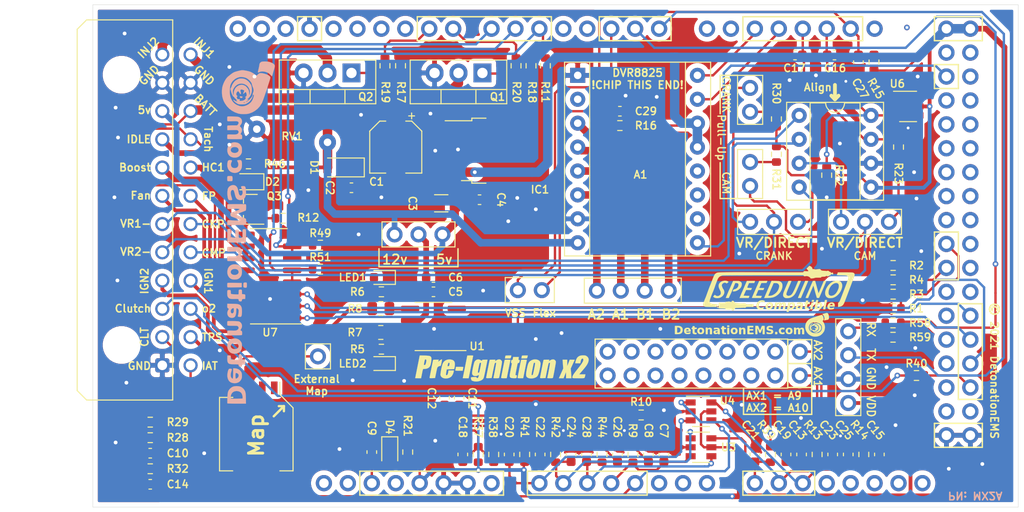
<source format=kicad_pcb>
(kicad_pcb (version 20171130) (host pcbnew "(5.1.10)-1")
  (layers (0 Front signal) (31 Back signal) (34 B.Paste user hide) (35 F.Paste user hide) (36 B.SilkS user) (37 F.SilkS user) (38 B.Mask user hide) (39 F.Mask user hide) (44 Edge.Cuts user))
  (net 0 "")
  (net 1 "Net-(C1-Pad1)")
  (net 2 +BATT)
  (net 3 GND)
  (net 4 IGN-V-Select)
  (net 5 MC-D38)
  (net 6 MC-D40)
  (net 7 "Net-(R3-Pad1)")
  (net 8 "Net-(R4-Pad1)")
  (net 9 "Net-(R5-Pad1)")
  (net 10 "Net-(R6-Pad2)")
  (net 11 MC-D51)
  (net 12 MC-D49)
  (net 13 MC-D47)
  (net 14 MC-D45)
  (net 15 MC-D8)
  (net 16 MC-D9)
  (net 17 "Net-(C10-Pad1)")
  (net 18 MC-A3)
  (net 19 MC-A4)
  (net 20 MC-D19)
  (net 21 MC-D18)
  (net 22 IAT)
  (net 23 O2)
  (net 24 MC-A0)
  (net 25 MC-A8)
  (net 26 CLT)
  (net 27 MC-A1)
  (net 28 TPS)
  (net 29 MC-A2)
  (net 30 Map-External)
  (net 31 BOOST)
  (net 32 HC1)
  (net 33 IDLE)
  (net 34 "Net-(J4-Pad3)")
  (net 35 "Net-(J4-Pad2)")
  (net 36 Crank-In)
  (net 37 Cam-In)
  (net 38 Tach)
  (net 39 MC-D7)
  (net 40 MC-D6)
  (net 41 MC-D5)
  (net 42 MC-RESET)
  (net 43 "Net-(LED1-Pad2)")
  (net 44 "Net-(LED2-Pad2)")
  (net 45 "Net-(JP4-Pad2)")
  (net 46 MC-D0)
  (net 47 MC-D1)
  (net 48 MC-D16)
  (net 49 MC-D17)
  (net 50 +5V)
  (net 51 MC-D24)
  (net 52 INJ1)
  (net 53 INJ2)
  (net 54 Fan)
  (net 55 Fuel-Pump)
  (net 56 IGN2)
  (net 57 IGN1)
  (net 58 VR1-)
  (net 59 VR2-)
  (net 60 Clutch)
  (net 61 "Net-(Q1-Pad1)")
  (net 62 Step-A2)
  (net 63 Step-A1)
  (net 64 Step-B1)
  (net 65 Step-B2)
  (net 66 "Net-(J2-Pad4)")
  (net 67 A-IN1)
  (net 68 A-IN2)
  (net 69 MC-A9)
  (net 70 MC-A10)
  (net 71 MC-D20)
  (net 72 Flex)
  (net 73 "Net-(Q2-Pad1)")
  (net 74 "Net-(Q3-Pad1)")
  (net 75 "Net-(JP2-Pad1)")
  (net 76 "Net-(JP3-Pad3)")
  (net 77 "Net-(JP5-Pad1)")
  (module Detonation:DetonationEMS (layer Back) (at 103.505 105.4735 90)
    (fp_text reference G4 hide)
    (fp_text value Logo_Open_Hardware_Small hide)
  )
  (module Detonation:DetonationEMS-17mm (layer Front) (at 156.9085 115.2525)
    (fp_text reference G3 hide)
    (fp_text value Logo_Open_Hardware_Small hide)
  )
  (module Detonation:Pre-Ignition-800 (layer Front) (at 130.3655 119.888)
    (fp_text reference G2 hide)
    (fp_text value Logo_Open_Hardware_Small hide)
  )
  (module Detonation:SpeeduinoCompatible-17mm (layer Front) (at 159.766 111.379)
    (fp_text reference G1 hide)
    (fp_text value Logo_Open_Hardware_Small hide)
  )
  (module Detonation:2x8-Proto (layer Front) (at 159.385 120.65 270)
    (fp_text reference J8 hide)
    (fp_text value Conn_01x04)
    (pad 1 thru_hole circle (at 0 0 270) (size 1.7 1.7) (drill 1) (layers *.Cu *.Mask))
    (pad 2 thru_hole oval (at -2.54 0 270) (size 1.7 1.7) (drill 1) (layers *.Cu *.Mask))
    (pad 3 thru_hole oval (at 0 2.54 270) (size 1.7 1.7) (drill 1) (layers *.Cu *.Mask))
    (pad 4 thru_hole oval (at -2.54 2.54 270) (size 1.7 1.7) (drill 1) (layers *.Cu *.Mask))
    (pad 5 thru_hole oval (at 0 5.08 270) (size 1.7 1.7) (drill 1) (layers *.Cu *.Mask))
    (pad 6 thru_hole oval (at -2.54 5.08 270) (size 1.7 1.7) (drill 1) (layers *.Cu *.Mask))
    (pad 7 thru_hole oval (at 0 7.62 270) (size 1.7 1.7) (drill 1) (layers *.Cu *.Mask))
    (pad 8 thru_hole oval (at -2.54 7.62 270) (size 1.7 1.7) (drill 1) (layers *.Cu *.Mask))
    (pad 9 thru_hole oval (at 0 10.16 270) (size 1.7 1.7) (drill 1) (layers *.Cu *.Mask))
    (pad 10 thru_hole oval (at -2.54 10.16 270) (size 1.7 1.7) (drill 1) (layers *.Cu *.Mask))
    (pad 11 thru_hole oval (at 0 12.7 270) (size 1.7 1.7) (drill 1) (layers *.Cu *.Mask))
    (pad 12 thru_hole oval (at -2.54 12.7 270) (size 1.7 1.7) (drill 1) (layers *.Cu *.Mask))
    (pad 13 thru_hole oval (at 0 15.24 270) (size 1.7 1.7) (drill 1) (layers *.Cu *.Mask))
    (pad 14 thru_hole oval (at -2.54 15.24 270) (size 1.7 1.7) (drill 1) (layers *.Cu *.Mask))
    (pad 15 thru_hole oval (at 0 17.78 270) (size 1.7 1.7) (drill 1) (layers *.Cu *.Mask))
    (pad 16 thru_hole oval (at -2.54 17.78 270) (size 1.7 1.7) (drill 1) (layers *.Cu *.Mask))
  )
  (module Detonation:1x1-GPIO (layer Front) (at 110.871 118.618)
    (fp_text reference J5 hide)
    (fp_text value Conn_01x04)
    (pad 1 thru_hole circle (at 0 0) (size 1.7 1.7) (drill 1) (layers *.Cu *.Mask) (net 30 Map-External))
  )
  (module Detonation:1x02-Proto (layer Front) (at 161.9885 118.11)
    (fp_text reference J6 hide)
    (fp_text value Conn_01x04)
    (pad 2 thru_hole oval (at 0 2.54) (size 1.7 1.7) (drill 1) (layers *.Cu *.Mask) (net 67 A-IN1))
    (pad 1 thru_hole circle (at 0 0) (size 1.7 1.7) (drill 1) (layers *.Cu *.Mask) (net 68 A-IN2))
  )
  (module Misc:3x1-GPIO (layer Front) (at 118.999 105.664 90)
    (fp_text reference JP1 hide)
    (fp_text value "Ignition Voltage")
    (pad 3 thru_hole oval (at 0 5.08 90) (size 1.7 1.7) (drill 1) (layers *.Cu *.Mask) (net 50 +5V))
    (pad 2 thru_hole oval (at 0 2.54 90) (size 1.7 1.7) (drill 1) (layers *.Cu *.Mask) (net 4 IGN-V-Select))
    (pad 1 thru_hole circle (at 0 0 90) (size 1.7 1.7) (drill 1) (layers *.Cu *.Mask) (net 2 +BATT))
  )
  (module Detonation:1x02-Proto (layer Front) (at 132.08 111.583 90)
    (fp_text reference J7 hide)
    (fp_text value Conn_01x04)
    (pad 1 thru_hole circle (at 0 0 90) (size 1.7 1.7) (drill 1) (layers *.Cu *.Mask) (net 71 MC-D20))
    (pad 2 thru_hole oval (at 0 2.54 90) (size 1.7 1.7) (drill 1) (layers *.Cu *.Mask) (net 72 Flex))
  )
  (module Detonation:MPXH6250 (layer Front) (at 104.3305 126.873 270)
    (fp_text reference IC2 hide)
    (fp_text value MPXH6250AC6U-MPXH6250 hide)
    (pad 7 smd rect (at 4.9149 -0.635 270) (size 1.35 0.7) (layers Front F.Paste F.Mask))
    (pad 6 smd rect (at 4.9149 0.635 270) (size 1.35 0.7) (layers Front F.Paste F.Mask))
    (pad 5 smd rect (at 4.9149 1.905 270) (size 1.35 0.7) (layers Front F.Paste F.Mask))
    (pad 8 smd rect (at 4.9149 -1.905 270) (size 1.35 0.7) (layers Front F.Paste F.Mask))
    (pad 1 smd rect (at -4.9149 -1.905 270) (size 1.35 0.7) (layers Front F.Paste F.Mask))
    (pad 2 smd rect (at -4.9149 -0.635 270) (size 1.35 0.7) (layers Front F.Paste F.Mask) (net 50 +5V))
    (pad 3 smd rect (at -4.9149 0.635 270) (size 1.35 0.7) (layers Front F.Paste F.Mask) (net 3 GND))
    (pad 4 smd rect (at -4.9149 1.905 270) (size 1.35 0.7) (layers Front F.Paste F.Mask) (net 30 Map-External))
  )
  (module Resistor_SMD:R_0603_1608Metric (layer Front) (at 172.466 96.393 270)
    (fp_text reference R23 (at 2.794 0 270 unlocked) (layer F.SilkS) (effects (font (size 0.8 0.8))))
    (fp_text value 470)
    (pad 2 smd roundrect (at 0.825 0 270) (size 0.8 0.95) (layers Front F.Paste F.Mask) (net 76 "Net-(JP3-Pad3)"))
    (pad 1 smd roundrect (at -0.825 0 270) (size 0.8 0.95) (layers Front F.Paste F.Mask) (net 21 MC-D18))
  )
  (module Resistor_SMD:R_0603_1608Metric (layer Front) (at 164.846 99.3775 270)
    (fp_text reference R22 (at 0 -1.3335 270 unlocked) (layer F.SilkS) (effects (font (size 0.8 0.8))))
    (fp_text value 470)
    (pad 2 smd roundrect (at 0.825 0 270) (size 0.8 0.95) (layers Front F.Paste F.Mask) (net 75 "Net-(JP2-Pad1)"))
    (pad 1 smd roundrect (at -0.825 0 270) (size 0.8 0.95) (layers Front F.Paste F.Mask) (net 20 MC-D19))
  )
  (module MyLibs:Arduino_Mega2560_Shield_IO_Only_No_Silk_Screen (layer Front) (at 83.566 134.62)
    (fp_text reference XA1 hide)
    (fp_text value Arduino_Mega2560_Shield-Arduino hide)
    (pad GND6 thru_hole oval (at 96.52 -7.62) (size 1.7272 1.7272) (drill 1.016) (layers *.Cu *.Mask) (net 3 GND))
    (pad GND5 thru_hole oval (at 93.98 -7.62) (size 1.7272 1.7272) (drill 1.016) (layers *.Cu *.Mask) (net 3 GND))
    (pad D53 thru_hole oval (at 96.52 -10.16) (size 1.7272 1.7272) (drill 1.016) (layers *.Cu *.Mask))
    (pad D52 thru_hole oval (at 93.98 -10.16) (size 1.7272 1.7272) (drill 1.016) (layers *.Cu *.Mask))
    (pad D51 thru_hole oval (at 96.52 -12.7) (size 1.7272 1.7272) (drill 1.016) (layers *.Cu *.Mask) (net 11 MC-D51))
    (pad D50 thru_hole oval (at 93.98 -12.7) (size 1.7272 1.7272) (drill 1.016) (layers *.Cu *.Mask))
    (pad D49 thru_hole oval (at 96.52 -15.24) (size 1.7272 1.7272) (drill 1.016) (layers *.Cu *.Mask) (net 12 MC-D49))
    (pad D48 thru_hole oval (at 93.98 -15.24) (size 1.7272 1.7272) (drill 1.016) (layers *.Cu *.Mask))
    (pad D47 thru_hole oval (at 96.52 -17.78) (size 1.7272 1.7272) (drill 1.016) (layers *.Cu *.Mask) (net 13 MC-D47))
    (pad D46 thru_hole oval (at 93.98 -17.78) (size 1.7272 1.7272) (drill 1.016) (layers *.Cu *.Mask))
    (pad D45 thru_hole oval (at 96.52 -20.32) (size 1.7272 1.7272) (drill 1.016) (layers *.Cu *.Mask) (net 14 MC-D45))
    (pad D44 thru_hole oval (at 93.98 -20.32) (size 1.7272 1.7272) (drill 1.016) (layers *.Cu *.Mask))
    (pad D43 thru_hole oval (at 96.52 -22.86) (size 1.7272 1.7272) (drill 1.016) (layers *.Cu *.Mask))
    (pad D42 thru_hole oval (at 93.98 -22.86) (size 1.7272 1.7272) (drill 1.016) (layers *.Cu *.Mask))
    (pad D41 thru_hole oval (at 96.52 -25.4) (size 1.7272 1.7272) (drill 1.016) (layers *.Cu *.Mask))
    (pad D40 thru_hole oval (at 93.98 -25.4) (size 1.7272 1.7272) (drill 1.016) (layers *.Cu *.Mask) (net 6 MC-D40))
    (pad D39 thru_hole oval (at 96.52 -27.94) (size 1.7272 1.7272) (drill 1.016) (layers *.Cu *.Mask))
    (pad D38 thru_hole oval (at 93.98 -27.94) (size 1.7272 1.7272) (drill 1.016) (layers *.Cu *.Mask) (net 5 MC-D38))
    (pad D37 thru_hole oval (at 96.52 -30.48) (size 1.7272 1.7272) (drill 1.016) (layers *.Cu *.Mask))
    (pad D36 thru_hole oval (at 93.98 -30.48) (size 1.7272 1.7272) (drill 1.016) (layers *.Cu *.Mask))
    (pad D35 thru_hole oval (at 96.52 -33.02) (size 1.7272 1.7272) (drill 1.016) (layers *.Cu *.Mask))
    (pad D34 thru_hole oval (at 93.98 -33.02) (size 1.7272 1.7272) (drill 1.016) (layers *.Cu *.Mask))
    (pad D33 thru_hole oval (at 96.52 -35.56) (size 1.7272 1.7272) (drill 1.016) (layers *.Cu *.Mask))
    (pad D32 thru_hole oval (at 93.98 -35.56) (size 1.7272 1.7272) (drill 1.016) (layers *.Cu *.Mask))
    (pad D31 thru_hole oval (at 96.52 -38.1) (size 1.7272 1.7272) (drill 1.016) (layers *.Cu *.Mask))
    (pad D30 thru_hole oval (at 93.98 -38.1) (size 1.7272 1.7272) (drill 1.016) (layers *.Cu *.Mask))
    (pad D29 thru_hole oval (at 96.52 -40.64) (size 1.7272 1.7272) (drill 1.016) (layers *.Cu *.Mask))
    (pad D28 thru_hole oval (at 93.98 -40.64) (size 1.7272 1.7272) (drill 1.016) (layers *.Cu *.Mask))
    (pad D27 thru_hole oval (at 96.52 -43.18) (size 1.7272 1.7272) (drill 1.016) (layers *.Cu *.Mask))
    (pad D26 thru_hole oval (at 93.98 -43.18) (size 1.7272 1.7272) (drill 1.016) (layers *.Cu *.Mask))
    (pad D25 thru_hole oval (at 96.52 -45.72) (size 1.7272 1.7272) (drill 1.016) (layers *.Cu *.Mask))
    (pad D24 thru_hole oval (at 93.98 -45.72) (size 1.7272 1.7272) (drill 1.016) (layers *.Cu *.Mask) (net 51 MC-D24))
    (pad D23 thru_hole oval (at 96.52 -48.26) (size 1.7272 1.7272) (drill 1.016) (layers *.Cu *.Mask))
    (pad D22 thru_hole oval (at 93.98 -48.26) (size 1.7272 1.7272) (drill 1.016) (layers *.Cu *.Mask))
    (pad 5V4 thru_hole oval (at 96.52 -50.8) (size 1.7272 1.7272) (drill 1.016) (layers *.Cu *.Mask) (net 50 +5V))
    (pad 5V3 thru_hole oval (at 93.98 -50.8) (size 1.7272 1.7272) (drill 1.016) (layers *.Cu *.Mask) (net 50 +5V))
    (pad A15 thru_hole oval (at 91.44 -2.54) (size 1.7272 1.7272) (drill 1.016) (layers *.Cu *.Mask))
    (pad A14 thru_hole oval (at 88.9 -2.54) (size 1.7272 1.7272) (drill 1.016) (layers *.Cu *.Mask))
    (pad A13 thru_hole oval (at 86.36 -2.54) (size 1.7272 1.7272) (drill 1.016) (layers *.Cu *.Mask))
    (pad A12 thru_hole oval (at 83.82 -2.54) (size 1.7272 1.7272) (drill 1.016) (layers *.Cu *.Mask))
    (pad A11 thru_hole oval (at 81.28 -2.54) (size 1.7272 1.7272) (drill 1.016) (layers *.Cu *.Mask))
    (pad A10 thru_hole oval (at 78.74 -2.54) (size 1.7272 1.7272) (drill 1.016) (layers *.Cu *.Mask) (net 70 MC-A10))
    (pad A9 thru_hole oval (at 76.2 -2.54) (size 1.7272 1.7272) (drill 1.016) (layers *.Cu *.Mask) (net 69 MC-A9))
    (pad A8 thru_hole oval (at 73.66 -2.54) (size 1.7272 1.7272) (drill 1.016) (layers *.Cu *.Mask) (net 25 MC-A8))
    (pad A7 thru_hole oval (at 68.58 -2.54) (size 1.7272 1.7272) (drill 1.016) (layers *.Cu *.Mask))
    (pad A6 thru_hole oval (at 66.04 -2.54) (size 1.7272 1.7272) (drill 1.016) (layers *.Cu *.Mask))
    (pad A5 thru_hole oval (at 63.5 -2.54) (size 1.7272 1.7272) (drill 1.016) (layers *.Cu *.Mask))
    (pad A4 thru_hole oval (at 60.96 -2.54) (size 1.7272 1.7272) (drill 1.016) (layers *.Cu *.Mask) (net 19 MC-A4))
    (pad A3 thru_hole oval (at 58.42 -2.54) (size 1.7272 1.7272) (drill 1.016) (layers *.Cu *.Mask) (net 18 MC-A3))
    (pad A2 thru_hole oval (at 55.88 -2.54) (size 1.7272 1.7272) (drill 1.016) (layers *.Cu *.Mask) (net 29 MC-A2))
    (pad A1 thru_hole oval (at 53.34 -2.54) (size 1.7272 1.7272) (drill 1.016) (layers *.Cu *.Mask) (net 27 MC-A1))
    (pad "" thru_hole oval (at 27.94 -2.54) (size 1.7272 1.7272) (drill 1.016) (layers *.Cu *.Mask))
    (pad D11 thru_hole oval (at 34.036 -50.8) (size 1.7272 1.7272) (drill 1.016) (layers *.Cu *.Mask))
    (pad D12 thru_hole oval (at 31.496 -50.8) (size 1.7272 1.7272) (drill 1.016) (layers *.Cu *.Mask))
    (pad D13 thru_hole oval (at 28.956 -50.8) (size 1.7272 1.7272) (drill 1.016) (layers *.Cu *.Mask))
    (pad AREF thru_hole oval (at 23.876 -50.8) (size 1.7272 1.7272) (drill 1.016) (layers *.Cu *.Mask))
    (pad SDA thru_hole oval (at 21.336 -50.8) (size 1.7272 1.7272) (drill 1.016) (layers *.Cu *.Mask))
    (pad SCL thru_hole oval (at 18.796 -50.8) (size 1.7272 1.7272) (drill 1.016) (layers *.Cu *.Mask))
    (pad D10 thru_hole oval (at 36.576 -50.8) (size 1.7272 1.7272) (drill 1.016) (layers *.Cu *.Mask))
    (pad D9 thru_hole oval (at 39.116 -50.8) (size 1.7272 1.7272) (drill 1.016) (layers *.Cu *.Mask) (net 16 MC-D9))
    (pad D8 thru_hole oval (at 41.656 -50.8) (size 1.7272 1.7272) (drill 1.016) (layers *.Cu *.Mask) (net 15 MC-D8))
    (pad GND1 thru_hole oval (at 26.416 -50.8) (size 1.7272 1.7272) (drill 1.016) (layers *.Cu *.Mask) (net 3 GND))
    (pad D7 thru_hole oval (at 45.72 -50.8) (size 1.7272 1.7272) (drill 1.016) (layers *.Cu *.Mask) (net 39 MC-D7))
    (pad D6 thru_hole oval (at 48.26 -50.8) (size 1.7272 1.7272) (drill 1.016) (layers *.Cu *.Mask) (net 40 MC-D6))
    (pad D5 thru_hole oval (at 50.8 -50.8) (size 1.7272 1.7272) (drill 1.016) (layers *.Cu *.Mask) (net 41 MC-D5))
    (pad D4 thru_hole oval (at 53.34 -50.8) (size 1.7272 1.7272) (drill 1.016) (layers *.Cu *.Mask))
    (pad D3 thru_hole oval (at 55.88 -50.8) (size 1.7272 1.7272) (drill 1.016) (layers *.Cu *.Mask))
    (pad D2 thru_hole oval (at 58.42 -50.8) (size 1.7272 1.7272) (drill 1.016) (layers *.Cu *.Mask) (net 72 Flex))
    (pad D1 thru_hole oval (at 60.96 -50.8) (size 1.7272 1.7272) (drill 1.016) (layers *.Cu *.Mask) (net 47 MC-D1))
    (pad D0 thru_hole oval (at 63.5 -50.8) (size 1.7272 1.7272) (drill 1.016) (layers *.Cu *.Mask) (net 46 MC-D0))
    (pad D14 thru_hole oval (at 68.58 -50.8) (size 1.7272 1.7272) (drill 1.016) (layers *.Cu *.Mask))
    (pad D15 thru_hole oval (at 71.12 -50.8) (size 1.7272 1.7272) (drill 1.016) (layers *.Cu *.Mask))
    (pad D16 thru_hole oval (at 73.66 -50.8) (size 1.7272 1.7272) (drill 1.016) (layers *.Cu *.Mask) (net 48 MC-D16))
    (pad D17 thru_hole oval (at 76.2 -50.8) (size 1.7272 1.7272) (drill 1.016) (layers *.Cu *.Mask) (net 49 MC-D17))
    (pad D18 thru_hole oval (at 78.74 -50.8) (size 1.7272 1.7272) (drill 1.016) (layers *.Cu *.Mask) (net 21 MC-D18))
    (pad D19 thru_hole oval (at 81.28 -50.8) (size 1.7272 1.7272) (drill 1.016) (layers *.Cu *.Mask) (net 20 MC-D19))
    (pad D20 thru_hole oval (at 83.82 -50.8) (size 1.7272 1.7272) (drill 1.016) (layers *.Cu *.Mask) (net 71 MC-D20))
    (pad D21 thru_hole oval (at 86.36 -50.8) (size 1.7272 1.7272) (drill 1.016) (layers *.Cu *.Mask))
    (pad IORF thru_hole oval (at 30.48 -2.54) (size 1.7272 1.7272) (drill 1.016) (layers *.Cu *.Mask))
    (pad RST1 thru_hole oval (at 33.02 -2.54) (size 1.7272 1.7272) (drill 1.016) (layers *.Cu *.Mask) (net 42 MC-RESET))
    (pad 3V3 thru_hole oval (at 35.56 -2.54) (size 1.7272 1.7272) (drill 1.016) (layers *.Cu *.Mask))
    (pad 5V1 thru_hole oval (at 38.1 -2.54) (size 1.7272 1.7272) (drill 1.016) (layers *.Cu *.Mask) (net 50 +5V))
    (pad GND2 thru_hole oval (at 40.64 -2.54) (size 1.7272 1.7272) (drill 1.016) (layers *.Cu *.Mask) (net 3 GND))
    (pad GND3 thru_hole oval (at 43.18 -2.54) (size 1.7272 1.7272) (drill 1.016) (layers *.Cu *.Mask) (net 3 GND))
    (pad VIN thru_hole oval (at 45.72 -2.54) (size 1.7272 1.7272) (drill 1.016) (layers *.Cu *.Mask))
    (pad A0 thru_hole oval (at 50.8 -2.54) (size 1.7272 1.7272) (drill 1.016) (layers *.Cu *.Mask) (net 24 MC-A0))
  )
  (module Resistor_SMD:R_0603_1608Metric (layer Front) (at 171.8818 116.586)
    (fp_text reference R59 (at 2.870153 0 unlocked) (layer F.SilkS) (effects (font (size 0.8 0.8))))
    (fp_text value 2K)
    (pad 2 smd roundrect (at 0.825 0) (size 0.8 0.95) (layers Front F.Paste F.Mask) (net 66 "Net-(J2-Pad4)"))
    (pad 1 smd roundrect (at -0.825 0) (size 0.8 0.95) (layers Front F.Paste F.Mask) (net 3 GND))
  )
  (module Resistor_SMD:R_0603_1608Metric (layer Front) (at 171.8818 115.062)
    (fp_text reference R58 (at 2.870153 0 unlocked) (layer F.SilkS) (effects (font (size 0.8 0.8))))
    (fp_text value 1K)
    (pad 2 smd roundrect (at 0.825 0) (size 0.8 0.95) (layers Front F.Paste F.Mask) (net 47 MC-D1))
    (pad 1 smd roundrect (at -0.825 0) (size 0.8 0.95) (layers Front F.Paste F.Mask) (net 66 "Net-(J2-Pad4)"))
  )
  (module Resistor_SMD:R_0603_1608Metric (layer Front) (at 111.125 109.347 180)
    (fp_text reference R51 (at 0 1.27 unlocked) (layer F.SilkS) (effects (font (size 0.8 0.8))))
    (fp_text value 100K)
    (pad 2 smd roundrect (at 0.825 0 180) (size 0.8 0.95) (layers Front F.Paste F.Mask) (net 39 MC-D7))
    (pad 1 smd roundrect (at -0.825 0 180) (size 0.8 0.95) (layers Front F.Paste F.Mask) (net 3 GND))
  )
  (module Resistor_SMD:R_0603_1608Metric (layer Front) (at 111.125 106.807)
    (fp_text reference R49 (at 0 -1.27 unlocked) (layer F.SilkS) (effects (font (size 0.8 0.8))))
    (fp_text value 100K)
    (pad 2 smd roundrect (at 0.825 0) (size 0.8 0.95) (layers Front F.Paste F.Mask) (net 3 GND))
    (pad 1 smd roundrect (at -0.825 0) (size 0.8 0.95) (layers Front F.Paste F.Mask) (net 40 MC-D6))
  )
  (module Resistor_SMD:R_0603_1608Metric (layer Front) (at 142.906 94.107 180)
    (fp_text reference R16 (at -2.763 0 unlocked) (layer F.SilkS) (effects (font (size 0.8 0.8))))
    (fp_text value 2.4k)
    (pad 2 smd roundrect (at 0.825 0 180) (size 0.8 0.95) (layers Front F.Paste F.Mask) (net 72 Flex))
    (pad 1 smd roundrect (at -0.825 0 180) (size 0.8 0.95) (layers Front F.Paste F.Mask) (net 50 +5V))
  )
  (module Resistor_SMD:R_0603_1608Metric (layer Front) (at 107.188 103.9495 180)
    (fp_text reference R12 (at -2.667 0.0635 unlocked) (layer F.SilkS) (effects (font (size 0.8 0.8))))
    (fp_text value 120)
    (pad 2 smd roundrect (at 0.825 0 180) (size 0.8 0.95) (layers Front F.Paste F.Mask) (net 74 "Net-(Q3-Pad1)"))
    (pad 1 smd roundrect (at -0.825 0 180) (size 0.8 0.95) (layers Front F.Paste F.Mask) (net 41 MC-D5))
  )
  (module Resistor_SMD:R_0603_1608Metric (layer Front) (at 135.001 87.757 90)
    (fp_text reference R11 (at -2.794 0 270 unlocked) (layer F.SilkS) (effects (font (size 0.8 0.8))))
    (fp_text value 100K)
    (pad 2 smd roundrect (at 0.825 0 90) (size 0.8 0.95) (layers Front F.Paste F.Mask) (net 41 MC-D5))
    (pad 1 smd roundrect (at -0.825 0 90) (size 0.8 0.95) (layers Front F.Paste F.Mask) (net 3 GND))
  )
  (module Resistor_SMD:R_0603_1608Metric (layer Front) (at 117.602 111.76)
    (fp_text reference R6 (at -2.54 0 unlocked) (layer F.SilkS) (effects (font (size 0.8 0.8))))
    (fp_text value 2.4k)
    (pad 2 smd roundrect (at 0.825 0) (size 0.8 0.95) (layers Front F.Paste F.Mask) (net 10 "Net-(R6-Pad2)"))
    (pad 1 smd roundrect (at -0.825 0) (size 0.8 0.95) (layers Front F.Paste F.Mask) (net 43 "Net-(LED1-Pad2)"))
  )
  (module Resistor_SMD:R_0603_1608Metric (layer Front) (at 117.602 117.856 180)
    (fp_text reference R5 (at 2.54 0 unlocked) (layer F.SilkS) (effects (font (size 0.8 0.8))))
    (fp_text value 2.4k)
    (pad 2 smd roundrect (at 0.825 0 180) (size 0.8 0.95) (layers Front F.Paste F.Mask) (net 44 "Net-(LED2-Pad2)"))
    (pad 1 smd roundrect (at -0.825 0 180) (size 0.8 0.95) (layers Front F.Paste F.Mask) (net 9 "Net-(R5-Pad1)"))
  )
  (module Resistor_SMD:R_0603_1608Metric (layer Front) (at 171.8945 110.49)
    (fp_text reference R4 (at 2.4765 0 unlocked) (layer F.SilkS) (effects (font (size 0.8 0.8))))
    (fp_text value 1K)
    (pad 2 smd roundrect (at 0.825 0) (size 0.8 0.95) (layers Front F.Paste F.Mask) (net 6 MC-D40))
    (pad 1 smd roundrect (at -0.825 0) (size 0.8 0.95) (layers Front F.Paste F.Mask) (net 8 "Net-(R4-Pad1)"))
  )
  (module Resistor_SMD:R_0603_1608Metric (layer Front) (at 171.8945 112.014)
    (fp_text reference R3 (at 2.4765 0 unlocked) (layer F.SilkS) (effects (font (size 0.8 0.8))))
    (fp_text value 1K)
    (pad 2 smd roundrect (at 0.825 0) (size 0.8 0.95) (layers Front F.Paste F.Mask) (net 5 MC-D38))
    (pad 1 smd roundrect (at -0.825 0) (size 0.8 0.95) (layers Front F.Paste F.Mask) (net 7 "Net-(R3-Pad1)"))
  )
  (module Resistor_SMD:R_0603_1608Metric (layer Front) (at 171.8945 108.966)
    (fp_text reference R2 (at 2.4765 0 unlocked) (layer F.SilkS) (effects (font (size 0.8 0.8))))
    (fp_text value 100K)
    (pad 2 smd roundrect (at 0.825 0) (size 0.8 0.95) (layers Front F.Paste F.Mask) (net 6 MC-D40))
    (pad 1 smd roundrect (at -0.825 0) (size 0.8 0.95) (layers Front F.Paste F.Mask) (net 3 GND))
  )
  (module Resistor_SMD:R_0603_1608Metric (layer Front) (at 171.8945 113.538 180)
    (fp_text reference R1 (at -2.4765 0 unlocked) (layer F.SilkS) (effects (font (size 0.8 0.8))))
    (fp_text value 100K)
    (pad 2 smd roundrect (at 0.825 0 180) (size 0.8 0.95) (layers Front F.Paste F.Mask) (net 3 GND))
    (pad 1 smd roundrect (at -0.825 0 180) (size 0.8 0.95) (layers Front F.Paste F.Mask) (net 5 MC-D38))
  )
  (module Capacitor_SMD:C_0603_1608Metric (layer Front) (at 142.906 92.583)
    (fp_text reference C29 (at 2.763 0 unlocked) (layer F.SilkS) (effects (font (size 0.8 0.8))))
    (fp_text value 220nF)
    (pad 2 smd roundrect (at 0.775 0) (size 0.9 0.95) (layers Front F.Paste F.Mask) (net 3 GND))
    (pad 1 smd roundrect (at -0.775 0) (size 0.9 0.95) (layers Front F.Paste F.Mask) (net 72 Flex))
  )
  (module Capacitor_SMD:C_0603_1608Metric (layer Front) (at 116.586 128.778 270)
    (fp_text reference C9 (at -2.54 0 270 unlocked) (layer F.SilkS) (effects (font (size 0.8 0.8))))
    (fp_text value 4.7nF)
    (pad 2 smd roundrect (at 0.775 0 270) (size 0.9 0.95) (layers Front F.Paste F.Mask) (net 42 MC-RESET))
    (pad 1 smd roundrect (at -0.775 0 270) (size 0.9 0.95) (layers Front F.Paste F.Mask) (net 3 GND))
  )
  (module Detonation:MOV (layer Front) (at 111.887 95.885 180)
    (fp_text reference RV1 (at 3.75 0.635 unlocked) (layer F.SilkS) (effects (font (size 0.8 0.8))))
    (fp_text value MOV)
    (pad 1 thru_hole circle (at 0 0 180) (size 1.8 1.8) (drill 0.8) (layers *.Cu *.Mask) (net 2 +BATT))
    (pad 2 thru_hole circle (at 7.5 1.4 180) (size 1.8 1.8) (drill 0.8) (layers *.Cu *.Mask) (net 3 GND))
  )
  (module Capacitor_SMD:CP_Elec_5x5.3 (layer Front) (at 119.126 96.393 270)
    (fp_text reference C1 (at 3.683 2.032 unlocked) (layer F.SilkS) (effects (font (size 0.8 0.8))))
    (fp_text value 10uF)
    (pad 2 smd roundrect (at 2.2 0 270) (size 3 1.6) (layers Front F.Paste F.Mask) (roundrect_rratio 0.15625) (net 3 GND))
    (pad 1 smd roundrect (at -2.2 0 270) (size 3 1.6) (layers Front F.Paste F.Mask) (roundrect_rratio 0.15625) (net 1 "Net-(C1-Pad1)"))
  )
  (module Misc:1X4-PROTO (layer Front) (at 167.132 123.571 180)
    (fp_text reference J2 hide)
    (fp_text value Conn_01x04)
    (pad 1 thru_hole circle (at 0 0 180) (size 1.7 1.7) (drill 1) (layers *.Cu *.Mask) (net 50 +5V))
    (pad 2 thru_hole oval (at 0 2.54 180) (size 1.7 1.7) (drill 1) (layers *.Cu *.Mask) (net 3 GND))
    (pad 3 thru_hole oval (at 0 5.08 180) (size 1.7 1.7) (drill 1) (layers *.Cu *.Mask) (net 46 MC-D0))
    (pad 4 thru_hole oval (at 0 7.62 180) (size 1.7 1.7) (drill 1) (layers *.Cu *.Mask) (net 66 "Net-(J2-Pad4)"))
  )
  (module Detonation:1x02-Proto (layer Front) (at 156.718 97.9805)
    (fp_text reference JP5 hide)
    (fp_text value Pullup)
    (pad 1 thru_hole circle (at 0 0) (size 1.7 1.7) (drill 1) (layers *.Cu *.Mask) (net 77 "Net-(JP5-Pad1)"))
    (pad 2 thru_hole oval (at 0 2.54) (size 1.7 1.7) (drill 1) (layers *.Cu *.Mask) (net 37 Cam-In))
  )
  (module Detonation:1x02-Proto (layer Front) (at 156.718 90.1065)
    (fp_text reference JP4 hide)
    (fp_text value Pullup)
    (pad 1 thru_hole circle (at 0 0) (size 1.7 1.7) (drill 1) (layers *.Cu *.Mask) (net 36 Crank-In))
    (pad 2 thru_hole oval (at 0 2.54) (size 1.7 1.7) (drill 1) (layers *.Cu *.Mask) (net 45 "Net-(JP4-Pad2)"))
  )
  (module Misc:3x1-GPIO (layer Front) (at 166.37 104.3305 90)
    (fp_text reference JP3 hide)
    (fp_text value VR-Hall)
    (pad 1 thru_hole circle (at 0 0 90) (size 1.7 1.7) (drill 1) (layers *.Cu *.Mask) (net 34 "Net-(J4-Pad3)"))
    (pad 2 thru_hole oval (at 0 2.54 90) (size 1.7 1.7) (drill 1) (layers *.Cu *.Mask) (net 37 Cam-In))
    (pad 3 thru_hole oval (at 0 5.08 90) (size 1.7 1.7) (drill 1) (layers *.Cu *.Mask) (net 76 "Net-(JP3-Pad3)"))
  )
  (module Misc:3x1-GPIO (layer Front) (at 161.798 104.3305 270)
    (fp_text reference JP2 hide)
    (fp_text value VR-HALL)
    (pad 1 thru_hole circle (at 0 0 270) (size 1.7 1.7) (drill 1) (layers *.Cu *.Mask) (net 75 "Net-(JP2-Pad1)"))
    (pad 2 thru_hole oval (at 0 2.54 270) (size 1.7 1.7) (drill 1) (layers *.Cu *.Mask) (net 36 Crank-In))
    (pad 3 thru_hole oval (at 0 5.08 270) (size 1.7 1.7) (drill 1) (layers *.Cu *.Mask) (net 35 "Net-(J4-Pad2)"))
  )
  (module Package_TO_SOT_THT:TO-220-3_Vertical (layer Front) (at 114.427 88.519 180)
    (fp_text reference Q2 (at -1.524 -2.54 unlocked) (layer F.SilkS) (effects (font (size 0.8 0.8))))
    (fp_text value STP62NS04Z)
    (pad 3 thru_hole oval (at 5.08 0 180) (size 1.905 2) (drill 1.1) (layers *.Cu *.Mask) (net 3 GND))
    (pad 2 thru_hole oval (at 2.54 0 180) (size 1.905 2) (drill 1.1) (layers *.Cu *.Mask) (net 53 INJ2))
    (pad 1 thru_hole rect (at 0 0 180) (size 1.905 2) (drill 1.1) (layers *.Cu *.Mask) (net 73 "Net-(Q2-Pad1)"))
  )
  (module Package_TO_SOT_THT:TO-220-3_Vertical (layer Front) (at 128.3208 88.519 180)
    (fp_text reference Q1 (at -1.6002 -2.54 unlocked) (layer F.SilkS) (effects (font (size 0.8 0.8))))
    (fp_text value STP62NS04Z)
    (pad 3 thru_hole oval (at 5.08 0 180) (size 1.905 2) (drill 1.1) (layers *.Cu *.Mask) (net 3 GND))
    (pad 2 thru_hole oval (at 2.54 0 180) (size 1.905 2) (drill 1.1) (layers *.Cu *.Mask) (net 52 INJ1))
    (pad 1 thru_hole rect (at 0 0 180) (size 1.905 2) (drill 1.1) (layers *.Cu *.Mask) (net 61 "Net-(Q1-Pad1)"))
  )
  (module Misc:1X4-PROTO (layer Front) (at 148.082 111.633 270)
    (fp_text reference J1 hide)
    (fp_text value Conn_01x04)
    (pad 1 thru_hole circle (at 0 0 270) (size 1.7 1.7) (drill 1) (layers *.Cu *.Mask) (net 62 Step-A2))
    (pad 2 thru_hole oval (at 0 2.54 270) (size 1.7 1.7) (drill 1) (layers *.Cu *.Mask) (net 63 Step-A1))
    (pad 3 thru_hole oval (at 0 5.08 270) (size 1.7 1.7) (drill 1) (layers *.Cu *.Mask) (net 64 Step-B1))
    (pad 4 thru_hole oval (at 0 7.62 270) (size 1.7 1.7) (drill 1) (layers *.Cu *.Mask) (net 65 Step-B2))
  )
  (module Detonation:DVR8825 (layer Front) (at 138.43 88.773)
    (fp_text reference A1 (at 6.6675 10.541 unlocked) (layer F.SilkS) (effects (font (size 0.8 0.8))))
    (fp_text value Pololu_Breakout_DRV8825)
    (pad 1 thru_hole rect (at 0 0) (size 1.6 1.6) (drill 0.8) (layers *.Cu *.Mask) (net 3 GND))
    (pad 9 thru_hole oval (at 12.7 17.78) (size 1.6 1.6) (drill 0.8) (layers *.Cu *.Mask) (net 51 MC-D24))
    (pad 2 thru_hole oval (at 0 2.54) (size 1.6 1.6) (drill 0.8) (layers *.Cu *.Mask))
    (pad 10 thru_hole oval (at 12.7 15.24) (size 1.6 1.6) (drill 0.8) (layers *.Cu *.Mask))
    (pad 3 thru_hole oval (at 0 5.08) (size 1.6 1.6) (drill 0.8) (layers *.Cu *.Mask) (net 62 Step-A2))
    (pad 11 thru_hole oval (at 12.7 12.7) (size 1.6 1.6) (drill 0.8) (layers *.Cu *.Mask))
    (pad 4 thru_hole oval (at 0 7.62) (size 1.6 1.6) (drill 0.8) (layers *.Cu *.Mask) (net 63 Step-A1))
    (pad 12 thru_hole oval (at 12.7 10.16) (size 1.6 1.6) (drill 0.8) (layers *.Cu *.Mask))
    (pad 5 thru_hole oval (at 0 10.16) (size 1.6 1.6) (drill 0.8) (layers *.Cu *.Mask) (net 64 Step-B1))
    (pad 13 thru_hole oval (at 12.7 7.62) (size 1.6 1.6) (drill 0.8) (layers *.Cu *.Mask) (net 50 +5V))
    (pad 6 thru_hole oval (at 0 12.7) (size 1.6 1.6) (drill 0.8) (layers *.Cu *.Mask) (net 65 Step-B2))
    (pad 14 thru_hole oval (at 12.7 5.08) (size 1.6 1.6) (drill 0.8) (layers *.Cu *.Mask) (net 50 +5V))
    (pad 7 thru_hole oval (at 0 15.24) (size 1.6 1.6) (drill 0.8) (layers *.Cu *.Mask) (net 3 GND))
    (pad 15 thru_hole oval (at 12.7 2.54) (size 1.6 1.6) (drill 0.8) (layers *.Cu *.Mask) (net 49 MC-D17))
    (pad 8 thru_hole oval (at 0 17.78) (size 1.6 1.6) (drill 0.8) (layers *.Cu *.Mask) (net 2 +BATT))
    (pad 16 thru_hole oval (at 12.7 0) (size 1.6 1.6) (drill 0.8) (layers *.Cu *.Mask) (net 48 MC-D16))
  )
  (module Diode_SMD:D_SOD-123 (layer Front) (at 113.538 98.552 180)
    (fp_text reference D1 (at 3.048 0 270 unlocked) (layer F.SilkS) (effects (font (size 0.8 0.8))))
    (fp_text value B5819)
    (pad 2 smd rect (at 1.65 0 180) (size 0.9 1.2) (layers Front F.Paste F.Mask) (net 2 +BATT))
    (pad 1 smd rect (at -1.65 0 180) (size 0.9 1.2) (layers Front F.Paste F.Mask) (net 1 "Net-(C1-Pad1)"))
  )
  (module Resistor_SMD:R_0603_1608Metric (layer Front) (at 120.396 128.778 90)
    (fp_text reference R21 (at 2.794 0 270 unlocked) (layer F.SilkS) (effects (font (size 0.8 0.8))))
    (fp_text value 10k)
    (pad 2 smd roundrect (at 0.825 0 90) (size 0.8 0.95) (layers Front F.Paste F.Mask) (net 50 +5V))
    (pad 1 smd roundrect (at -0.825 0 90) (size 0.8 0.95) (layers Front F.Paste F.Mask) (net 42 MC-RESET))
  )
  (module Diode_SMD:D_SOD-323F (layer Front) (at 118.491 128.658 270)
    (fp_text reference D4 (at -2.54 0 270 unlocked) (layer F.SilkS) (effects (font (size 0.8 0.8))))
    (fp_text value 1N4148WS)
    (pad 2 smd rect (at 1.1 0 270) (size 0.5 0.5) (layers Front F.Paste F.Mask) (net 42 MC-RESET))
    (pad 1 smd rect (at -1.1 0 270) (size 0.5 0.5) (layers Front F.Paste F.Mask) (net 50 +5V))
  )
  (module Resistor_SMD:R_0603_1608Metric (layer Front) (at 169.8625 87.376 90)
    (fp_text reference R15 (at -2.794 0.1905 -60 unlocked) (layer F.SilkS) (effects (font (size 0.8 0.8))))
    (fp_text value 1K)
    (pad 2 smd roundrect (at 0.825 0 90) (size 0.8 0.95) (layers Front F.Paste F.Mask) (net 71 MC-D20))
    (pad 1 smd roundrect (at -0.825 0 90) (size 0.8 0.95) (layers Front F.Paste F.Mask) (net 50 +5V))
  )
  (module Capacitor_SMD:C_0603_1608Metric (layer Front) (at 168.2115 87.376 270)
    (fp_text reference C27 (at 2.794 -0.1905 300 unlocked) (layer F.SilkS) (effects (font (size 0.8 0.8))))
    (fp_text value 100nF)
    (pad 2 smd roundrect (at 0.775 0 270) (size 0.9 0.95) (layers Front F.Paste F.Mask) (net 3 GND))
    (pad 1 smd roundrect (at -0.775 0 270) (size 0.9 0.95) (layers Front F.Paste F.Mask) (net 71 MC-D20))
  )
  (module Resistor_SMD:R_0603_1608Metric (layer Front) (at 168.783 129.032 90)
    (fp_text reference R14 (at 2.6035 -0.4445 -50 unlocked) (layer F.SilkS) (effects (font (size 0.8 0.8))))
    (fp_text value 470)
    (pad 2 smd roundrect (at 0.825 0 90) (size 0.8 0.95) (layers Front F.Paste F.Mask) (net 68 A-IN2))
    (pad 1 smd roundrect (at -0.825 0 90) (size 0.8 0.95) (layers Front F.Paste F.Mask) (net 70 MC-A10))
  )
  (module Resistor_SMD:R_0603_1608Metric (layer Front) (at 163.83 129.032 90)
    (fp_text reference R13 (at 2.6035 -0.4445 -50 unlocked) (layer F.SilkS) (effects (font (size 0.8 0.8))))
    (fp_text value 470)
    (pad 2 smd roundrect (at 0.825 0 90) (size 0.8 0.95) (layers Front F.Paste F.Mask) (net 67 A-IN1))
    (pad 1 smd roundrect (at -0.825 0 90) (size 0.8 0.95) (layers Front F.Paste F.Mask) (net 69 MC-A9))
  )
  (module Capacitor_SMD:C_0603_1608Metric (layer Front) (at 167.132 129.032 90)
    (fp_text reference C25 (at 2.6035 -0.4445 -50 unlocked) (layer F.SilkS) (effects (font (size 0.8 0.8))))
    (fp_text value 220nF)
    (pad 2 smd roundrect (at 0.775 0 90) (size 0.9 0.95) (layers Front F.Paste F.Mask) (net 3 GND))
    (pad 1 smd roundrect (at -0.775 0 90) (size 0.9 0.95) (layers Front F.Paste F.Mask) (net 70 MC-A10))
  )
  (module Capacitor_SMD:C_0603_1608Metric (layer Front) (at 165.481 129.032 90)
    (fp_text reference C23 (at 2.6035 -0.4445 -50 unlocked) (layer F.SilkS) (effects (font (size 0.8 0.8))))
    (fp_text value 220nF)
    (pad 2 smd roundrect (at 0.775 0 90) (size 0.9 0.95) (layers Front F.Paste F.Mask) (net 3 GND))
    (pad 1 smd roundrect (at -0.775 0 90) (size 0.9 0.95) (layers Front F.Paste F.Mask) (net 69 MC-A9))
  )
  (module Capacitor_SMD:C_0603_1608Metric (layer Front) (at 170.434 129.032 90)
    (fp_text reference C15 (at 2.6035 -0.4445 -50 unlocked) (layer F.SilkS) (effects (font (size 0.8 0.8))))
    (fp_text value 100nF)
    (pad 2 smd roundrect (at 0.775 0 90) (size 0.9 0.95) (layers Front F.Paste F.Mask) (net 3 GND))
    (pad 1 smd roundrect (at -0.775 0 90) (size 0.9 0.95) (layers Front F.Paste F.Mask) (net 68 A-IN2))
  )
  (module Capacitor_SMD:C_0603_1608Metric (layer Front) (at 162.179 129.032 90)
    (fp_text reference C13 (at 2.6035 -0.4445 -50 unlocked) (layer F.SilkS) (effects (font (size 0.8 0.8))))
    (fp_text value 100nF)
    (pad 2 smd roundrect (at 0.775 0 90) (size 0.9 0.95) (layers Front F.Paste F.Mask) (net 3 GND))
    (pad 1 smd roundrect (at -0.775 0 90) (size 0.9 0.95) (layers Front F.Paste F.Mask) (net 67 A-IN1))
  )
  (module Package_TO_SOT_SMD:SOT-23 (layer Front) (at 103.732 102.997 180)
    (fp_text reference Q3 (at -2.5035 1.397 unlocked) (layer F.SilkS) (effects (font (size 0.8 0.8))))
    (fp_text value AO3400A)
    (pad 3 smd rect (at 1 0 180) (size 0.9 0.8) (layers Front F.Paste F.Mask) (net 33 IDLE))
    (pad 2 smd rect (at -1 0.95 180) (size 0.9 0.8) (layers Front F.Paste F.Mask) (net 3 GND))
    (pad 1 smd rect (at -1 -0.95 180) (size 0.9 0.8) (layers Front F.Paste F.Mask) (net 74 "Net-(Q3-Pad1)"))
  )
  (module Diode_SMD:D_SOD-323F (layer Front) (at 103.632 100.076 180)
    (fp_text reference D2 (at -2.413 0 unlocked) (layer F.SilkS) (effects (font (size 0.8 0.8))))
    (fp_text value 1N4148WS)
    (pad 2 smd rect (at 1.1 0 180) (size 0.5 0.5) (layers Front F.Paste F.Mask) (net 33 IDLE))
    (pad 1 smd rect (at -1.1 0 180) (size 0.5 0.5) (layers Front F.Paste F.Mask) (net 2 +BATT))
  )
  (module Misc:DIP-8_W7.62mm_Socket_VRConditioner (layer Front) (at 161.925 93.0275)
    (fp_text reference J4 hide)
    (fp_text value VR_Header)
    (pad 1 thru_hole circle (at 0 0) (size 1.6 1.6) (drill 0.8) (layers *.Cu *.Mask) (net 58 VR1-))
    (pad 5 thru_hole oval (at 7.62 7.62) (size 1.6 1.6) (drill 0.8) (layers *.Cu *.Mask) (net 50 +5V))
    (pad 2 thru_hole oval (at 0 2.54) (size 1.6 1.6) (drill 0.8) (layers *.Cu *.Mask) (net 35 "Net-(J4-Pad2)"))
    (pad 6 thru_hole oval (at 7.62 5.08) (size 1.6 1.6) (drill 0.8) (layers *.Cu *.Mask) (net 3 GND))
    (pad 3 thru_hole oval (at 0 5.08) (size 1.6 1.6) (drill 0.8) (layers *.Cu *.Mask) (net 34 "Net-(J4-Pad3)"))
    (pad 7 thru_hole oval (at 7.62 2.54) (size 1.6 1.6) (drill 0.8) (layers *.Cu *.Mask) (net 21 MC-D18))
    (pad 4 thru_hole oval (at 0 7.62) (size 1.6 1.6) (drill 0.8) (layers *.Cu *.Mask) (net 59 VR2-))
    (pad 8 thru_hole oval (at 7.62 0) (size 1.6 1.6) (drill 0.8) (layers *.Cu *.Mask) (net 20 MC-D19))
  )
  (module Connector_Molex:Molex_Micro-Fit_3.0_43045-2400_2x12_P3.00mm_Horizontal (layer Front) (at 94.361 119.5675 90)
    (fp_text reference J3 hide)
    (fp_text value Conn_02x12_Counter_Clockwise)
    (pad "" np_thru_hole circle (at 2.16 -4.32 90) (size 3 3) (drill 3) (layers *.Cu *.Mask))
    (pad "" np_thru_hole circle (at 30.86 -4.32 90) (size 3 3) (drill 3) (layers *.Cu *.Mask))
    (pad 1 thru_hole roundrect (at 0 0 90) (size 1.5 1.5) (drill 1.02) (layers *.Cu *.Mask) (roundrect_rratio 0.166667) (net 3 GND))
    (pad 2 thru_hole circle (at 3 0 90) (size 1.5 1.5) (drill 1.02) (layers *.Cu *.Mask) (net 26 CLT))
    (pad 3 thru_hole circle (at 6 0 90) (size 1.5 1.5) (drill 1.02) (layers *.Cu *.Mask) (net 60 Clutch))
    (pad 4 thru_hole circle (at 9 0 90) (size 1.5 1.5) (drill 1.02) (layers *.Cu *.Mask) (net 56 IGN2))
    (pad 5 thru_hole circle (at 12 0 90) (size 1.5 1.5) (drill 1.02) (layers *.Cu *.Mask) (net 59 VR2-))
    (pad 6 thru_hole circle (at 15 0 90) (size 1.5 1.5) (drill 1.02) (layers *.Cu *.Mask) (net 58 VR1-))
    (pad 7 thru_hole circle (at 18 0 90) (size 1.5 1.5) (drill 1.02) (layers *.Cu *.Mask) (net 54 Fan))
    (pad 8 thru_hole circle (at 21 0 90) (size 1.5 1.5) (drill 1.02) (layers *.Cu *.Mask) (net 31 BOOST))
    (pad 9 thru_hole circle (at 24 0 90) (size 1.5 1.5) (drill 1.02) (layers *.Cu *.Mask) (net 33 IDLE))
    (pad 10 thru_hole circle (at 27 0 90) (size 1.5 1.5) (drill 1.02) (layers *.Cu *.Mask) (net 50 +5V))
    (pad 11 thru_hole circle (at 30 0 90) (size 1.5 1.5) (drill 1.02) (layers *.Cu *.Mask) (net 3 GND))
    (pad 12 thru_hole circle (at 33 0 90) (size 1.5 1.5) (drill 1.02) (layers *.Cu *.Mask) (net 53 INJ2))
    (pad 13 thru_hole circle (at 0 3 90) (size 1.5 1.5) (drill 1.02) (layers *.Cu *.Mask) (net 22 IAT))
    (pad 14 thru_hole circle (at 3 3 90) (size 1.5 1.5) (drill 1.02) (layers *.Cu *.Mask) (net 28 TPS))
    (pad 15 thru_hole circle (at 6 3 90) (size 1.5 1.5) (drill 1.02) (layers *.Cu *.Mask) (net 23 O2))
    (pad 16 thru_hole circle (at 9 3 90) (size 1.5 1.5) (drill 1.02) (layers *.Cu *.Mask) (net 57 IGN1))
    (pad 17 thru_hole circle (at 12 3 90) (size 1.5 1.5) (drill 1.02) (layers *.Cu *.Mask) (net 37 Cam-In))
    (pad 18 thru_hole circle (at 15 3 90) (size 1.5 1.5) (drill 1.02) (layers *.Cu *.Mask) (net 36 Crank-In))
    (pad 19 thru_hole circle (at 18 3 90) (size 1.5 1.5) (drill 1.02) (layers *.Cu *.Mask) (net 55 Fuel-Pump))
    (pad 20 thru_hole circle (at 21 3 90) (size 1.5 1.5) (drill 1.02) (layers *.Cu *.Mask) (net 32 HC1))
    (pad 21 thru_hole circle (at 24 3 90) (size 1.5 1.5) (drill 1.02) (layers *.Cu *.Mask) (net 38 Tach))
    (pad 22 thru_hole circle (at 27 3 90) (size 1.5 1.5) (drill 1.02) (layers *.Cu *.Mask) (net 2 +BATT))
    (pad 23 thru_hole circle (at 30 3 90) (size 1.5 1.5) (drill 1.02) (layers *.Cu *.Mask) (net 3 GND))
    (pad 24 thru_hole circle (at 33 3 90) (size 1.5 1.5) (drill 1.02) (layers *.Cu *.Mask) (net 52 INJ1))
  )
  (module Resistor_SMD:R_0603_1608Metric (layer Front) (at 145.161 124.841)
    (fp_text reference R10 (at 0 -1.397 unlocked) (layer F.SilkS) (effects (font (size 0.8 0.8))))
    (fp_text value 51k)
    (pad 2 smd roundrect (at 0.825 0) (size 0.8 0.95) (layers Front F.Paste F.Mask) (net 3 GND))
    (pad 1 smd roundrect (at -0.825 0) (size 0.8 0.95) (layers Front F.Paste F.Mask) (net 30 Map-External))
  )
  (module Capacitor_SMD:C_0603_1608Metric (layer Front) (at 124.2995 122.9995 270)
    (fp_text reference C12 (at 0.0635 1.3635 270 unlocked) (layer F.SilkS) (effects (font (size 0.8 0.8))))
    (fp_text value 1uF)
    (pad 2 smd roundrect (at 0.775 0 270) (size 0.9 0.95) (layers Front F.Paste F.Mask) (net 50 +5V))
    (pad 1 smd roundrect (at -0.775 0 270) (size 0.9 0.95) (layers Front F.Paste F.Mask) (net 3 GND))
  )
  (module Capacitor_SMD:C_0603_1608Metric (layer Front) (at 125.857 122.9995 90)
    (fp_text reference C11 (at -0.0635 1.397 270 unlocked) (layer F.SilkS) (effects (font (size 0.8 0.8))))
    (fp_text value 100nF)
    (pad 2 smd roundrect (at 0.775 0 90) (size 0.9 0.95) (layers Front F.Paste F.Mask) (net 3 GND))
    (pad 1 smd roundrect (at -0.775 0 90) (size 0.9 0.95) (layers Front F.Paste F.Mask) (net 50 +5V))
  )
  (module Resistor_SMD:R_0603_1608Metric (layer Front) (at 144.29153 129.038 270)
    (fp_text reference R9 (at -2.546047 0.01953 270 unlocked) (layer F.SilkS) (effects (font (size 0.8 0.8))))
    (fp_text value 470)
    (pad 2 smd roundrect (at 0.825 0 270) (size 0.8 0.95) (layers Front F.Paste F.Mask) (net 18 MC-A3))
    (pad 1 smd roundrect (at -0.825 0 270) (size 0.8 0.95) (layers Front F.Paste F.Mask) (net 30 Map-External))
  )
  (module Capacitor_SMD:C_0603_1608Metric (layer Front) (at 145.93276 129.038 90)
    (fp_text reference C8 (at 2.546047 0.019541 270 unlocked) (layer F.SilkS) (effects (font (size 0.8 0.8))))
    (fp_text value 47pF)
    (pad 2 smd roundrect (at 0.775 0 90) (size 0.9 0.95) (layers Front F.Paste F.Mask) (net 3 GND))
    (pad 1 smd roundrect (at -0.775 0 90) (size 0.9 0.95) (layers Front F.Paste F.Mask) (net 30 Map-External))
  )
  (module Capacitor_SMD:C_0603_1608Metric (layer Front) (at 147.574 129.032 270)
    (fp_text reference C7 (at -2.540047 0 270 unlocked) (layer F.SilkS) (effects (font (size 0.8 0.8))))
    (fp_text value 330nF)
    (pad 2 smd roundrect (at 0.775 0 270) (size 0.9 0.95) (layers Front F.Paste F.Mask) (net 18 MC-A3))
    (pad 1 smd roundrect (at -0.775 0 270) (size 0.9 0.95) (layers Front F.Paste F.Mask) (net 3 GND))
  )
  (module Package_TO_SOT_SMD:TO-252-2 (layer Front) (at 129.667 96.774)
    (fp_text reference IC1 (at 4.7625 4.1275 unlocked) (layer F.SilkS) (effects (font (size 0.8 0.8))))
    (fp_text value L7805CDT)
    (pad 1 smd rect (at -4.2 -2.28) (size 2.2 1.2) (layers Front F.Paste F.Mask) (net 1 "Net-(C1-Pad1)"))
    (pad 3 smd rect (at -4.2 2.28) (size 2.2 1.2) (layers Front F.Paste F.Mask) (net 50 +5V))
    (pad 2 smd rect (at 2.1 0) (size 6.4 5.8) (layers Front F.Mask) (net 3 GND))
  )
  (module Resistor_SMD:R_0603_1608Metric (layer Front) (at 133.477 87.757 90)
    (fp_text reference R18 (at -2.794 0.127 270 unlocked) (layer F.SilkS) (effects (font (size 0.8 0.8))))
    (fp_text value 100K)
    (pad 2 smd roundrect (at 0.825 0 90) (size 0.8 0.95) (layers Front F.Paste F.Mask) (net 15 MC-D8))
    (pad 1 smd roundrect (at -0.825 0 90) (size 0.8 0.95) (layers Front F.Paste F.Mask) (net 3 GND))
  )
  (module Resistor_SMD:R_0805_2012Metric (layer Front) (at 117.5385 113.538)
    (fp_text reference R8 (at -2.7305 0 unlocked) (layer F.SilkS) (effects (font (size 0.8 0.8))))
    (fp_text value 10)
    (pad 2 smd roundrect (at 0.9125 0) (size 1.025 1.4) (layers Front F.Paste F.Mask) (roundrect_rratio 0.2439004878048781) (net 10 "Net-(R6-Pad2)"))
    (pad 1 smd roundrect (at -0.9125 0) (size 1.025 1.4) (layers Front F.Paste F.Mask) (roundrect_rratio 0.2439004878048781) (net 57 IGN1))
  )
  (module Resistor_SMD:R_0805_2012Metric (layer Front) (at 117.5385 116.078)
    (fp_text reference R7 (at -2.7432 0 unlocked) (layer F.SilkS) (effects (font (size 0.8 0.8))))
    (fp_text value 10)
    (pad 2 smd roundrect (at 0.9125 0) (size 1.025 1.4) (layers Front F.Paste F.Mask) (roundrect_rratio 0.2439004878048781) (net 9 "Net-(R5-Pad1)"))
    (pad 1 smd roundrect (at -0.9125 0) (size 1.025 1.4) (layers Front F.Paste F.Mask) (roundrect_rratio 0.2439004878048781) (net 56 IGN2))
  )
  (module LED_SMD:LED_0603_1608Metric (layer Front) (at 117.602 119.38 180)
    (fp_text reference LED2 (at 3.048 0 unlocked) (layer F.SilkS) (effects (font (size 0.8 0.8))))
    (fp_text value LED)
    (pad 1 smd roundrect (at -0.7875 0 180) (size 0.875 0.95) (layers Front F.Paste F.Mask) (net 3 GND))
    (pad 2 smd roundrect (at 0.7875 0 180) (size 0.875 0.95) (layers Front F.Paste F.Mask) (net 44 "Net-(LED2-Pad2)"))
  )
  (module Package_SO:SOIC-16_3.9x9.9mm_P1.27mm (layer Front) (at 105.664 110.109 180)
    (fp_text reference U7 (at -0.127 -5.969 unlocked) (layer F.SilkS) (effects (font (size 0.8 0.8))))
    (fp_text value ULN2003A)
    (pad 16 smd roundrect (at 2.475 -4.445 180) (size 1.95 0.6) (layers Front F.Paste F.Mask) (net 54 Fan))
    (pad 15 smd roundrect (at 2.475 -3.175 180) (size 1.95 0.6) (layers Front F.Paste F.Mask) (net 55 Fuel-Pump))
    (pad 14 smd roundrect (at 2.475 -1.905 180) (size 1.95 0.6) (layers Front F.Paste F.Mask) (net 38 Tach))
    (pad 13 smd roundrect (at 2.475 -0.635 180) (size 1.95 0.6) (layers Front F.Paste F.Mask) (net 31 BOOST))
    (pad 12 smd roundrect (at 2.475 0.635 180) (size 1.95 0.6) (layers Front F.Paste F.Mask) (net 31 BOOST))
    (pad 11 smd roundrect (at 2.475 1.905 180) (size 1.95 0.6) (layers Front F.Paste F.Mask) (net 32 HC1))
    (pad 10 smd roundrect (at 2.475 3.175 180) (size 1.95 0.6) (layers Front F.Paste F.Mask) (net 32 HC1))
    (pad 9 smd roundrect (at 2.475 4.445 180) (size 1.95 0.6) (layers Front F.Paste F.Mask) (net 2 +BATT))
    (pad 8 smd roundrect (at -2.475 4.445 180) (size 1.95 0.6) (layers Front F.Paste F.Mask) (net 3 GND))
    (pad 7 smd roundrect (at -2.475 3.175 180) (size 1.95 0.6) (layers Front F.Paste F.Mask) (net 40 MC-D6))
    (pad 6 smd roundrect (at -2.475 1.905 180) (size 1.95 0.6) (layers Front F.Paste F.Mask) (net 40 MC-D6))
    (pad 5 smd roundrect (at -2.475 0.635 180) (size 1.95 0.6) (layers Front F.Paste F.Mask) (net 39 MC-D7))
    (pad 4 smd roundrect (at -2.475 -0.635 180) (size 1.95 0.6) (layers Front F.Paste F.Mask) (net 39 MC-D7))
    (pad 3 smd roundrect (at -2.475 -1.905 180) (size 1.95 0.6) (layers Front F.Paste F.Mask) (net 12 MC-D49))
    (pad 2 smd roundrect (at -2.475 -3.175 180) (size 1.95 0.6) (layers Front F.Paste F.Mask) (net 14 MC-D45))
    (pad 1 smd roundrect (at -2.475 -4.445 180) (size 1.95 0.6) (layers Front F.Paste F.Mask) (net 13 MC-D47))
  )
  (module Capacitor_SMD:C_0603_1608Metric (layer Front) (at 123.1265 110.236)
    (fp_text reference C6 (at 2.3495 0 unlocked) (layer F.SilkS) (effects (font (size 0.8 0.8))))
    (fp_text value 1uF)
    (pad 1 smd roundrect (at -0.775 0) (size 0.9 0.95) (layers Front F.Paste F.Mask) (net 4 IGN-V-Select))
    (pad 2 smd roundrect (at 0.775 0) (size 0.9 0.95) (layers Front F.Paste F.Mask) (net 3 GND))
  )
  (module Capacitor_SMD:C_0603_1608Metric (layer Front) (at 123.1265 111.76)
    (fp_text reference C5 (at 2.3495 0 unlocked) (layer F.SilkS) (effects (font (size 0.8 0.8))))
    (fp_text value 100nF)
    (pad 1 smd roundrect (at -0.775 0) (size 0.9 0.95) (layers Front F.Paste F.Mask) (net 4 IGN-V-Select))
    (pad 2 smd roundrect (at 0.775 0) (size 0.9 0.95) (layers Front F.Paste F.Mask) (net 3 GND))
  )
  (module Package_TO_SOT_SMD:SOT-23-6 (layer Front) (at 173.482 92.075)
    (fp_text reference U6 (at -1.143 -2.413 unlocked) (layer F.SilkS) (effects (font (size 0.8 0.8))))
    (fp_text value SRV05-4-P-T7)
    (pad 5 smd rect (at 1.1 0) (size 1.06 0.65) (layers Front F.Paste F.Mask) (net 50 +5V))
    (pad 6 smd rect (at 1.1 -0.95) (size 1.06 0.65) (layers Front F.Paste F.Mask))
    (pad 4 smd rect (at 1.1 0.95) (size 1.06 0.65) (layers Front F.Paste F.Mask) (net 21 MC-D18))
    (pad 3 smd rect (at -1.1 0.95) (size 1.06 0.65) (layers Front F.Paste F.Mask) (net 20 MC-D19))
    (pad 2 smd rect (at -1.1 0) (size 1.06 0.65) (layers Front F.Paste F.Mask) (net 3 GND))
    (pad 1 smd rect (at -1.1 -0.95) (size 1.06 0.65) (layers Front F.Paste F.Mask))
  )
  (module Package_TO_SOT_SMD:SOT-23-6 (layer Front) (at 151.511 124.46)
    (fp_text reference U4 (at 2.794 -1.143 unlocked) (layer F.SilkS) (effects (font (size 0.8 0.8))))
    (fp_text value SRV05-4-P-T7)
    (pad 5 smd rect (at 1.1 0) (size 1.06 0.65) (layers Front F.Paste F.Mask) (net 50 +5V))
    (pad 6 smd rect (at 1.1 -0.95) (size 1.06 0.65) (layers Front F.Paste F.Mask) (net 70 MC-A10))
    (pad 4 smd rect (at 1.1 0.95) (size 1.06 0.65) (layers Front F.Paste F.Mask) (net 19 MC-A4))
    (pad 3 smd rect (at -1.1 0.95) (size 1.06 0.65) (layers Front F.Paste F.Mask) (net 24 MC-A0))
    (pad 2 smd rect (at -1.1 0) (size 1.06 0.65) (layers Front F.Paste F.Mask) (net 3 GND))
    (pad 1 smd rect (at -1.1 -0.95) (size 1.06 0.65) (layers Front F.Paste F.Mask) (net 69 MC-A9))
  )
  (module Package_TO_SOT_SMD:SOT-23-6 (layer Front) (at 151.511 128.27)
    (fp_text reference U3 (at 2.921 0 unlocked) (layer F.SilkS) (effects (font (size 0.8 0.8))))
    (fp_text value SRV05-4-P-T7)
    (pad 1 smd rect (at -1.1 -0.95) (size 1.06 0.65) (layers Front F.Paste F.Mask) (net 27 MC-A1))
    (pad 2 smd rect (at -1.1 0) (size 1.06 0.65) (layers Front F.Paste F.Mask) (net 3 GND))
    (pad 3 smd rect (at -1.1 0.95) (size 1.06 0.65) (layers Front F.Paste F.Mask) (net 18 MC-A3))
    (pad 4 smd rect (at 1.1 0.95) (size 1.06 0.65) (layers Front F.Paste F.Mask) (net 29 MC-A2))
    (pad 6 smd rect (at 1.1 -0.95) (size 1.06 0.65) (layers Front F.Paste F.Mask) (net 25 MC-A8))
    (pad 5 smd rect (at 1.1 0) (size 1.06 0.65) (layers Front F.Paste F.Mask) (net 50 +5V))
  )
  (module Capacitor_SMD:C_0603_1608Metric (layer Front) (at 139.36784 129.032 90)
    (fp_text reference C28 (at 2.921 0 270 unlocked) (layer F.SilkS) (effects (font (size 0.8 0.8))))
    (fp_text value 220nF)
    (pad 1 smd roundrect (at -0.775 0 90) (size 0.9 0.95) (layers Front F.Paste F.Mask) (net 29 MC-A2))
    (pad 2 smd roundrect (at 0.775 0 90) (size 0.9 0.95) (layers Front F.Paste F.Mask) (net 3 GND))
  )
  (module Capacitor_SMD:C_0603_1608Metric (layer Front) (at 142.6503 129.032 90)
    (fp_text reference C26 (at 2.921 0 270 unlocked) (layer F.SilkS) (effects (font (size 0.8 0.8))))
    (fp_text value 100nF)
    (pad 1 smd roundrect (at -0.775 0 90) (size 0.9 0.95) (layers Front F.Paste F.Mask) (net 28 TPS))
    (pad 2 smd roundrect (at 0.775 0 90) (size 0.9 0.95) (layers Front F.Paste F.Mask) (net 3 GND))
  )
  (module Capacitor_SMD:C_0603_1608Metric (layer Front) (at 137.72661 129.032 90)
    (fp_text reference C24 (at 2.921 0 270 unlocked) (layer F.SilkS) (effects (font (size 0.8 0.8))))
    (fp_text value 220nF)
    (pad 1 smd roundrect (at -0.775 0 90) (size 0.9 0.95) (layers Front F.Paste F.Mask) (net 27 MC-A1))
    (pad 2 smd roundrect (at 0.775 0 90) (size 0.9 0.95) (layers Front F.Paste F.Mask) (net 3 GND))
  )
  (module Capacitor_SMD:C_0603_1608Metric (layer Front) (at 134.44415 129.032 90)
    (fp_text reference C22 (at 2.921 0 270 unlocked) (layer F.SilkS) (effects (font (size 0.8 0.8))))
    (fp_text value 100nF)
    (pad 1 smd roundrect (at -0.775 0 90) (size 0.9 0.95) (layers Front F.Paste F.Mask) (net 26 CLT))
    (pad 2 smd roundrect (at 0.775 0 90) (size 0.9 0.95) (layers Front F.Paste F.Mask) (net 3 GND))
  )
  (module Capacitor_SMD:C_0603_1608Metric (layer Front) (at 157.226 129.032 90)
    (fp_text reference C21 (at 2.6035 -0.4445 -50 unlocked) (layer F.SilkS) (effects (font (size 0.8 0.8))))
    (fp_text value 220nF)
    (pad 1 smd roundrect (at -0.775 0 90) (size 0.9 0.95) (layers Front F.Paste F.Mask) (net 25 MC-A8))
    (pad 2 smd roundrect (at 0.775 0 90) (size 0.9 0.95) (layers Front F.Paste F.Mask) (net 3 GND))
  )
  (module Capacitor_SMD:C_0603_1608Metric (layer Front) (at 131.16169 129.032 90)
    (fp_text reference C20 (at 2.921 0 270 unlocked) (layer F.SilkS) (effects (font (size 0.8 0.8))))
    (fp_text value 220nF)
    (pad 1 smd roundrect (at -0.775 0 90) (size 0.9 0.95) (layers Front F.Paste F.Mask) (net 24 MC-A0))
    (pad 2 smd roundrect (at 0.775 0 90) (size 0.9 0.95) (layers Front F.Paste F.Mask) (net 3 GND))
  )
  (module Capacitor_SMD:C_0603_1608Metric (layer Front) (at 160.528 129.032 90)
    (fp_text reference C19 (at 2.6035 -0.4445 -50 unlocked) (layer F.SilkS) (effects (font (size 0.8 0.8))))
    (fp_text value 100nF)
    (pad 1 smd roundrect (at -0.775 0 90) (size 0.9 0.95) (layers Front F.Paste F.Mask) (net 23 O2))
    (pad 2 smd roundrect (at 0.775 0 90) (size 0.9 0.95) (layers Front F.Paste F.Mask) (net 3 GND))
  )
  (module Capacitor_SMD:C_0603_1608Metric (layer Front) (at 126.238 129.032 90)
    (fp_text reference C18 (at 2.921 0 270 unlocked) (layer F.SilkS) (effects (font (size 0.8 0.8))))
    (fp_text value 100nF)
    (pad 1 smd roundrect (at -0.775 0 90) (size 0.9 0.95) (layers Front F.Paste F.Mask) (net 22 IAT))
    (pad 2 smd roundrect (at 0.775 0 90) (size 0.9 0.95) (layers Front F.Paste F.Mask) (net 3 GND))
  )
  (module Capacitor_SMD:C_0603_1608Metric (layer Front) (at 161.4805 86.614)
    (fp_text reference C17 (at -0.0635 1.397 unlocked) (layer F.SilkS) (effects (font (size 0.8 0.8))))
    (fp_text value 100nF)
    (pad 2 smd roundrect (at 0.775 0) (size 0.9 0.95) (layers Front F.Paste F.Mask) (net 21 MC-D18))
    (pad 1 smd roundrect (at -0.775 0) (size 0.9 0.95) (layers Front F.Paste F.Mask) (net 3 GND))
  )
  (module Capacitor_SMD:C_0603_1608Metric (layer Front) (at 165.6715 86.614 180)
    (fp_text reference C16 (at -0.0635 -1.397 unlocked) (layer F.SilkS) (effects (font (size 0.8 0.8))))
    (fp_text value 10nF)
    (pad 2 smd roundrect (at 0.775 0 180) (size 0.9 0.95) (layers Front F.Paste F.Mask) (net 20 MC-D19))
    (pad 1 smd roundrect (at -0.775 0 180) (size 0.9 0.95) (layers Front F.Paste F.Mask) (net 3 GND))
  )
  (module Capacitor_SMD:C_0603_1608Metric (layer Front) (at 93.079 132.2006 180)
    (fp_text reference C14 (at -2.921 0 unlocked) (layer F.SilkS) (effects (font (size 0.8 0.8))))
    (fp_text value 220nF)
    (pad 1 smd roundrect (at -0.775 0 180) (size 0.9 0.95) (layers Front F.Paste F.Mask) (net 19 MC-A4))
    (pad 2 smd roundrect (at 0.775 0 180) (size 0.9 0.95) (layers Front F.Paste F.Mask) (net 3 GND))
  )
  (module Capacitor_SMD:C_0603_1608Metric (layer Front) (at 93.079 128.9018 180)
    (fp_text reference C10 (at -2.921 0 unlocked) (layer F.SilkS) (effects (font (size 0.8 0.8))))
    (fp_text value 100nF)
    (pad 1 smd roundrect (at -0.775 0 180) (size 0.9 0.95) (layers Front F.Paste F.Mask) (net 17 "Net-(C10-Pad1)"))
    (pad 2 smd roundrect (at 0.775 0 180) (size 0.9 0.95) (layers Front F.Paste F.Mask) (net 3 GND))
  )
  (module Capacitor_SMD:C_0603_1608Metric (layer Front) (at 128.016 101.981)
    (fp_text reference C4 (at 2.286 0 -90 unlocked) (layer F.SilkS) (effects (font (size 0.8 0.8))))
    (fp_text value 100nF)
    (pad 2 smd roundrect (at 0.775 0) (size 0.9 0.95) (layers Front F.Paste F.Mask) (net 3 GND))
    (pad 1 smd roundrect (at -0.775 0) (size 0.9 0.95) (layers Front F.Paste F.Mask) (net 50 +5V))
  )
  (module Capacitor_SMD:C_0603_1608Metric (layer Front) (at 114.427 100.711 180)
    (fp_text reference C2 (at 2.286 0 -90 unlocked) (layer F.SilkS) (effects (font (size 0.8 0.8))))
    (fp_text value 330nF)
    (pad 2 smd roundrect (at 0.775 0 180) (size 0.9 0.95) (layers Front F.Paste F.Mask) (net 3 GND))
    (pad 1 smd roundrect (at -0.775 0 180) (size 0.9 0.95) (layers Front F.Paste F.Mask) (net 1 "Net-(C1-Pad1)"))
  )
  (module Resistor_SMD:R_0603_1608Metric (layer Front) (at 103.505 98.171)
    (fp_text reference R46 (at 2.794 0 unlocked) (layer F.SilkS) (effects (font (size 0.8 0.8))))
    (fp_text value 10k)
    (pad 1 smd roundrect (at -0.825 0) (size 0.8 0.95) (layers Front F.Paste F.Mask) (net 38 Tach))
    (pad 2 smd roundrect (at 0.825 0) (size 0.8 0.95) (layers Front F.Paste F.Mask) (net 2 +BATT))
  )
  (module Resistor_SMD:R_0603_1608Metric (layer Front) (at 141.00907 129.032 90)
    (fp_text reference R44 (at 2.921 0 270 unlocked) (layer F.SilkS) (effects (font (size 0.8 0.8))))
    (fp_text value 470)
    (pad 1 smd roundrect (at -0.825 0 90) (size 0.8 0.95) (layers Front F.Paste F.Mask) (net 29 MC-A2))
    (pad 2 smd roundrect (at 0.825 0 90) (size 0.8 0.95) (layers Front F.Paste F.Mask) (net 28 TPS))
  )
  (module Resistor_SMD:R_0603_1608Metric (layer Front) (at 136.08538 129.032 90)
    (fp_text reference R42 (at 2.921 0 270 unlocked) (layer F.SilkS) (effects (font (size 0.8 0.8))))
    (fp_text value 470)
    (pad 1 smd roundrect (at -0.825 0 90) (size 0.8 0.95) (layers Front F.Paste F.Mask) (net 27 MC-A1))
    (pad 2 smd roundrect (at 0.825 0 90) (size 0.8 0.95) (layers Front F.Paste F.Mask) (net 26 CLT))
  )
  (module Resistor_SMD:R_0603_1608Metric (layer Front) (at 132.80292 129.032 270)
    (fp_text reference R41 (at -2.921 0 270 unlocked) (layer F.SilkS) (effects (font (size 0.8 0.8))))
    (fp_text value 2.49k)
    (pad 1 smd roundrect (at -0.825 0 270) (size 0.8 0.95) (layers Front F.Paste F.Mask) (net 26 CLT))
    (pad 2 smd roundrect (at 0.825 0 270) (size 0.8 0.95) (layers Front F.Paste F.Mask) (net 50 +5V))
  )
  (module Resistor_SMD:R_0603_1608Metric (layer Front) (at 174.371 120.65 180)
    (fp_text reference R40 (at 0 1.27 unlocked) (layer F.SilkS) (effects (font (size 0.8 0.8))))
    (fp_text value 1K)
    (pad 2 smd roundrect (at 0.825 0 180) (size 0.8 0.95) (layers Front F.Paste F.Mask) (net 60 Clutch))
    (pad 1 smd roundrect (at -0.825 0 180) (size 0.8 0.95) (layers Front F.Paste F.Mask) (net 11 MC-D51))
  )
  (module Resistor_SMD:R_0603_1608Metric (layer Front) (at 158.877 129.032 90)
    (fp_text reference R39 (at 2.6035 -0.4445 -50 unlocked) (layer F.SilkS) (effects (font (size 0.8 0.8))))
    (fp_text value 470)
    (pad 1 smd roundrect (at -0.825 0 90) (size 0.8 0.95) (layers Front F.Paste F.Mask) (net 25 MC-A8))
    (pad 2 smd roundrect (at 0.825 0 90) (size 0.8 0.95) (layers Front F.Paste F.Mask) (net 23 O2))
  )
  (module Resistor_SMD:R_0603_1608Metric (layer Front) (at 129.52046 129.032 270)
    (fp_text reference R38 (at -2.921 0.083038 270 unlocked) (layer F.SilkS) (effects (font (size 0.8 0.8))))
    (fp_text value 470)
    (pad 1 smd roundrect (at -0.825 0 270) (size 0.8 0.95) (layers Front F.Paste F.Mask) (net 24 MC-A0))
    (pad 2 smd roundrect (at 0.825 0 270) (size 0.8 0.95) (layers Front F.Paste F.Mask) (net 22 IAT))
  )
  (module Resistor_SMD:R_0603_1608Metric (layer Front) (at 127.87923 129.032 270)
    (fp_text reference R37 (at -2.921 0 270 unlocked) (layer F.SilkS) (effects (font (size 0.8 0.8))))
    (fp_text value 2.49k)
    (pad 1 smd roundrect (at -0.825 0 270) (size 0.8 0.95) (layers Front F.Paste F.Mask) (net 22 IAT))
    (pad 2 smd roundrect (at 0.825 0 270) (size 0.8 0.95) (layers Front F.Paste F.Mask) (net 50 +5V))
  )
  (module Resistor_SMD:R_0603_1608Metric (layer Front) (at 93.079 130.5512 180)
    (fp_text reference R32 (at -2.921 0 unlocked) (layer F.SilkS) (effects (font (size 0.8 0.8))))
    (fp_text value 470)
    (pad 1 smd roundrect (at -0.825 0 180) (size 0.8 0.95) (layers Front F.Paste F.Mask) (net 19 MC-A4))
    (pad 2 smd roundrect (at 0.825 0 180) (size 0.8 0.95) (layers Front F.Paste F.Mask) (net 17 "Net-(C10-Pad1)"))
  )
  (module Resistor_SMD:R_0603_1608Metric (layer Front) (at 159.512 97.1545 90)
    (fp_text reference R31 (at -2.6675 0 270 unlocked) (layer F.SilkS) (effects (font (size 0.8 0.8))))
    (fp_text value 1K)
    (pad 2 smd roundrect (at 0.825 0 90) (size 0.8 0.95) (layers Front F.Paste F.Mask) (net 50 +5V))
    (pad 1 smd roundrect (at -0.825 0 90) (size 0.8 0.95) (layers Front F.Paste F.Mask) (net 77 "Net-(JP5-Pad1)"))
  )
  (module Resistor_SMD:R_0603_1608Metric (layer Front) (at 159.512 93.4085 270)
    (fp_text reference R30 (at -2.7305 0 270 unlocked) (layer F.SilkS) (effects (font (size 0.8 0.8))))
    (fp_text value 1K)
    (pad 2 smd roundrect (at 0.825 0 270) (size 0.8 0.95) (layers Front F.Paste F.Mask) (net 50 +5V))
    (pad 1 smd roundrect (at -0.825 0 270) (size 0.8 0.95) (layers Front F.Paste F.Mask) (net 45 "Net-(JP4-Pad2)"))
  )
  (module Resistor_SMD:R_0603_1608Metric (layer Front) (at 93.079 125.603 180)
    (fp_text reference R29 (at -2.921 0 unlocked) (layer F.SilkS) (effects (font (size 0.8 0.8))))
    (fp_text value 3.9k)
    (pad 1 smd roundrect (at -0.825 0 180) (size 0.8 0.95) (layers Front F.Paste F.Mask) (net 17 "Net-(C10-Pad1)"))
    (pad 2 smd roundrect (at 0.825 0 180) (size 0.8 0.95) (layers Front F.Paste F.Mask) (net 2 +BATT))
  )
  (module Resistor_SMD:R_0603_1608Metric (layer Front) (at 93.079 127.2524)
    (fp_text reference R28 (at 2.921 0 unlocked) (layer F.SilkS) (effects (font (size 0.8 0.8))))
    (fp_text value 1K)
    (pad 1 smd roundrect (at -0.825 0) (size 0.8 0.95) (layers Front F.Paste F.Mask) (net 3 GND))
    (pad 2 smd roundrect (at 0.825 0) (size 0.8 0.95) (layers Front F.Paste F.Mask) (net 17 "Net-(C10-Pad1)"))
  )
  (module Capacitor_SMD:C_1206_3216Metric (layer Front) (at 123.952 102.362 180)
    (fp_text reference C3 (at 3.048 0 -90 unlocked) (layer F.SilkS) (effects (font (size 0.8 0.8))))
    (fp_text value 47uF)
    (pad 1 smd roundrect (at -1.475 0 180) (size 1.15 1.8) (layers Front F.Paste F.Mask) (roundrect_rratio 0.2173904347826087) (net 50 +5V))
    (pad 2 smd roundrect (at 1.475 0 180) (size 1.15 1.8) (layers Front F.Paste F.Mask) (roundrect_rratio 0.2173904347826087) (net 3 GND))
  )
  (module Resistor_SMD:R_0603_1608Metric (layer Front) (at 131.8895 87.757 90)
    (fp_text reference R20 (at -2.794 0.0635 270 unlocked) (layer F.SilkS) (effects (font (size 0.8 0.8))))
    (fp_text value 1K)
    (pad 2 smd roundrect (at 0.825 0 90) (size 0.8 0.95) (layers Front F.Paste F.Mask) (net 15 MC-D8))
    (pad 1 smd roundrect (at -0.825 0 90) (size 0.8 0.95) (layers Front F.Paste F.Mask) (net 61 "Net-(Q1-Pad1)"))
  )
  (module Resistor_SMD:R_0603_1608Metric (layer Front) (at 117.983 87.757 90)
    (fp_text reference R19 (at -2.794 0.0635 270 unlocked) (layer F.SilkS) (effects (font (size 0.8 0.8))))
    (fp_text value 1K)
    (pad 2 smd roundrect (at 0.825 0 90) (size 0.8 0.95) (layers Front F.Paste F.Mask) (net 16 MC-D9))
    (pad 1 smd roundrect (at -0.825 0 90) (size 0.8 0.95) (layers Front F.Paste F.Mask) (net 73 "Net-(Q2-Pad1)"))
  )
  (module Resistor_SMD:R_0603_1608Metric (layer Front) (at 119.634 87.757 90)
    (fp_text reference R17 (at -2.794 0.0635 270 unlocked) (layer F.SilkS) (effects (font (size 0.8 0.8))))
    (fp_text value 100K)
    (pad 2 smd roundrect (at 0.825 0 90) (size 0.8 0.95) (layers Front F.Paste F.Mask) (net 3 GND))
    (pad 1 smd roundrect (at -0.825 0 90) (size 0.8 0.95) (layers Front F.Paste F.Mask) (net 16 MC-D9))
  )
  (module Package_SO:SOIC-8_3.9x4.9mm_P1.27mm (layer Front) (at 123.1265 115.443 180)
    (fp_text reference U1 (at -4.6355 -2.0955 unlocked) (layer F.SilkS) (effects (font (size 0.8 0.8))))
    (fp_text value TC4427)
    (pad 1 smd roundrect (at -2.475 -1.905 180) (size 1.95 0.6) (layers Front F.Paste F.Mask))
    (pad 2 smd roundrect (at -2.475 -0.635 180) (size 1.95 0.6) (layers Front F.Paste F.Mask) (net 7 "Net-(R3-Pad1)"))
    (pad 3 smd roundrect (at -2.475 0.635 180) (size 1.95 0.6) (layers Front F.Paste F.Mask) (net 3 GND))
    (pad 4 smd roundrect (at -2.475 1.905 180) (size 1.95 0.6) (layers Front F.Paste F.Mask) (net 8 "Net-(R4-Pad1)"))
    (pad 5 smd roundrect (at 2.475 1.905 180) (size 1.95 0.6) (layers Front F.Paste F.Mask) (net 10 "Net-(R6-Pad2)"))
    (pad 6 smd roundrect (at 2.475 0.635 180) (size 1.95 0.6) (layers Front F.Paste F.Mask) (net 4 IGN-V-Select))
    (pad 7 smd roundrect (at 2.475 -0.635 180) (size 1.95 0.6) (layers Front F.Paste F.Mask) (net 9 "Net-(R5-Pad1)"))
    (pad 8 smd roundrect (at 2.475 -1.905 180) (size 1.95 0.6) (layers Front F.Paste F.Mask))
  )
  (module LED_SMD:LED_0603_1608Metric (layer Front) (at 117.602 110.236 180)
    (fp_text reference LED1 (at 3.048 0 unlocked) (layer F.SilkS) (effects (font (size 0.8 0.8))))
    (fp_text value LED)
    (pad 1 smd roundrect (at -0.7875 0 180) (size 0.875 0.95) (layers Front F.Paste F.Mask) (net 3 GND))
    (pad 2 smd roundrect (at 0.7875 0 180) (size 0.875 0.95) (layers Front F.Paste F.Mask) (net 43 "Net-(LED1-Pad2)"))
  )
  (gr_line (start 156.0195 124.7775) (end 156.0195 121.9835) (layer F.SilkS) (width 0.1524))
  (gr_line (start 163.2585 124.7775) (end 156.0195 124.7775) (layer F.SilkS) (width 0.1524))
  (gr_line (start 163.2585 121.92) (end 163.2585 124.7775) (layer F.SilkS) (width 0.1524))
  (gr_text "AX1 = A9\nAX2 = A10" (at 156.21 123.444) (layer F.SilkS) (effects (font (size 0.8 0.8) (thickness 0.16)) (justify left)))
  (gr_text "External\nMap" (at 110.744 121.666) (layer F.SilkS) (effects (font (size 0.8 0.8) (thickness 0.16))))
  (gr_line (start 163.2585 121.92) (end 163.2585 116.84) (layer F.SilkS) (width 0.1524))
  (gr_line (start 160.7185 116.84) (end 160.7185 121.92) (layer F.SilkS) (width 0.1524))
  (gr_line (start 160.7185 116.84) (end 163.2585 116.84) (layer F.SilkS) (width 0.1524))
  (gr_line (start 125.73 109.093) (end 125.73 107.188) (layer F.SilkS) (width 0.1524))
  (gr_line (start 117.348 109.093) (end 125.73 109.093) (layer F.SilkS) (width 0.1524))
  (gr_line (start 117.348 107.188) (end 117.348 109.093) (layer F.SilkS) (width 0.1524))
  (gr_text Map (at 104.3305 127 90) (layer F.SilkS) (effects (font (size 1.524 1.524) (thickness 0.3048))))
  (gr_text → (at 106.6165 124.333 45) (layer F.SilkS) (effects (font (size 2 2) (thickness 0.25))))
  (gr_text GND (at 98.806 88.772999 -45) (layer F.SilkS) (effects (font (size 0.8 0.8) (thickness 0.16))))
  (gr_text Pull-Up (at 153.67 95.377 -90) (layer F.SilkS) (effects (font (size 0.8 0.8))))
  (gr_line (start 153.543 101.854) (end 155.388 101.854) (layer F.SilkS) (width 0.1524))
  (gr_line (start 153.543 98.044) (end 153.543 101.854) (layer F.SilkS) (width 0.1524))
  (gr_line (start 153.543 88.773) (end 153.543 92.837) (layer F.SilkS) (width 0.1524))
  (gr_line (start 155.388 88.773) (end 153.543 88.773) (layer F.SilkS) (width 0.1524))
  (gr_text CAM (at 154.178 100.203 270) (layer F.SilkS) (effects (font (size 0.8 0.8))))
  (gr_text CAM (at 168.91 107.95) (layer F.SilkS) (effects (font (size 0.8 0.8))))
  (gr_text CRANK (at 154.178 90.805 270) (layer F.SilkS) (effects (font (size 0.8 0.8))))
  (gr_text CRANK (at 159.258 107.95) (layer F.SilkS) (effects (font (size 0.8 0.8))))
  (gr_text "PN: MX2A" (at 180.594 133.4135 180) (layer B.SilkS) (effects (font (size 0.8 0.8) (thickness 0.16)) (justify mirror)))
  (gr_line (start 111.252 82.55) (end 108.712 82.55) (layer F.SilkS) (width 0.1524))
  (gr_line (start 111.252 85.09) (end 111.252 82.55) (layer F.SilkS) (width 0.1524))
  (gr_line (start 108.712 85.09) (end 111.252 85.09) (layer F.SilkS) (width 0.1524))
  (gr_line (start 108.712 84.836) (end 108.712 85.09) (layer F.SilkS) (width 0.1524))
  (gr_line (start 108.712 82.55) (end 108.712 84.836) (layer F.SilkS) (width 0.1524))
  (gr_line (start 123.952 85.09) (end 121.412 85.09) (layer F.SilkS) (width 0.1524))
  (gr_line (start 121.412 82.55) (end 123.952 82.55) (layer F.SilkS) (width 0.1524))
  (gr_line (start 123.952 82.55) (end 135.636 82.55) (layer F.SilkS) (width 0.1524))
  (gr_line (start 121.412 85.09) (end 121.412 82.55) (layer F.SilkS) (width 0.1524))
  (gr_line (start 135.636 85.09) (end 123.952 85.09) (layer F.SilkS) (width 0.1524))
  (gr_line (start 135.636 82.55) (end 135.636 85.09) (layer F.SilkS) (width 0.1524))
  (gr_line (start 148.336 82.55) (end 148.336 82.804) (layer F.SilkS) (width 0.1524))
  (gr_line (start 140.716 82.55) (end 148.336 82.55) (layer F.SilkS) (width 0.1524))
  (gr_line (start 140.716 85.09) (end 140.716 82.55) (layer F.SilkS) (width 0.1524))
  (gr_line (start 148.336 85.09) (end 140.716 85.09) (layer F.SilkS) (width 0.1524))
  (gr_line (start 148.336 82.804) (end 148.336 85.09) (layer F.SilkS) (width 0.1524))
  (gr_line (start 155.956 82.55) (end 168.656 82.55) (layer F.SilkS) (width 0.1524))
  (gr_line (start 155.956 85.09) (end 155.956 82.55) (layer F.SilkS) (width 0.1524))
  (gr_line (start 168.656 85.09) (end 155.956 85.09) (layer F.SilkS) (width 0.1524))
  (gr_line (start 168.656 82.55) (end 168.656 85.09) (layer F.SilkS) (width 0.1524))
  (gr_line (start 176.276 82.55) (end 176.276 85.09) (layer F.SilkS) (width 0.1524))
  (gr_line (start 181.356 82.55) (end 176.276 82.55) (layer F.SilkS) (width 0.1524))
  (gr_line (start 181.356 85.09) (end 181.356 82.55) (layer F.SilkS) (width 0.1524))
  (gr_line (start 176.276 85.09) (end 181.356 85.09) (layer F.SilkS) (width 0.1524))
  (gr_line (start 178.816 87.63) (end 176.276 87.63) (layer F.SilkS) (width 0.1524))
  (gr_line (start 178.816 90.17) (end 178.816 87.63) (layer F.SilkS) (width 0.1524))
  (gr_line (start 176.276 90.17) (end 178.816 90.17) (layer F.SilkS) (width 0.1524))
  (gr_line (start 176.276 87.63) (end 176.276 90.17) (layer F.SilkS) (width 0.1524))
  (gr_line (start 178.816 113.03) (end 178.816 123.19) (layer F.SilkS) (width 0.1524))
  (gr_line (start 178.816 113.03) (end 181.356 113.03) (layer F.SilkS) (width 0.1524))
  (gr_line (start 176.276 110.49) (end 178.816 110.49) (layer F.SilkS) (width 0.1524))
  (gr_line (start 176.276 105.41) (end 176.276 110.49) (layer F.SilkS) (width 0.1524))
  (gr_line (start 178.816 105.41) (end 176.276 105.41) (layer F.SilkS) (width 0.1524))
  (gr_line (start 178.816 110.49) (end 178.816 105.41) (layer F.SilkS) (width 0.1524))
  (gr_line (start 181.356 123.19) (end 181.356 113.03) (layer F.SilkS) (width 0.1524))
  (gr_line (start 178.816 123.19) (end 181.356 123.19) (layer F.SilkS) (width 0.1524))
  (gr_line (start 176.276 125.73) (end 176.276 128.27) (layer F.SilkS) (width 0.1524))
  (gr_line (start 181.356 125.73) (end 176.276 125.73) (layer F.SilkS) (width 0.1524))
  (gr_line (start 181.356 128.27) (end 181.356 125.73) (layer F.SilkS) (width 0.1524))
  (gr_line (start 176.276 128.27) (end 181.356 128.27) (layer F.SilkS) (width 0.1524))
  (gr_line (start 155.956 130.81) (end 155.956 131.064) (layer F.SilkS) (width 0.1524))
  (gr_line (start 163.576 130.81) (end 155.956 130.81) (layer F.SilkS) (width 0.1524))
  (gr_line (start 163.576 133.35) (end 163.576 130.81) (layer F.SilkS) (width 0.1524))
  (gr_line (start 155.956 133.35) (end 163.576 133.35) (layer F.SilkS) (width 0.1524))
  (gr_line (start 155.956 131.064) (end 155.956 133.35) (layer F.SilkS) (width 0.1524))
  (gr_line (start 133.096 133.35) (end 133.096 130.81) (layer F.SilkS) (width 0.1524))
  (gr_line (start 145.796 133.35) (end 133.096 133.35) (layer F.SilkS) (width 0.1524))
  (gr_line (start 145.796 130.81) (end 145.796 133.35) (layer F.SilkS) (width 0.1524))
  (gr_line (start 133.096 130.81) (end 145.796 130.81) (layer F.SilkS) (width 0.1524))
  (gr_line (start 130.556 130.81) (end 115.316 130.81) (layer F.SilkS) (width 0.1524))
  (gr_line (start 130.556 133.35) (end 130.556 130.81) (layer F.SilkS) (width 0.1524))
  (gr_line (start 115.316 133.35) (end 130.556 133.35) (layer F.SilkS) (width 0.1524))
  (gr_line (start 115.316 130.81) (end 115.316 133.35) (layer F.SilkS) (width 0.1524))
  (gr_text "12v    5v" (at 121.412 108.331) (layer F.SilkS) (effects (font (size 1 1) (thickness 0.18))))
  (gr_text Flex (at 134.874 114.019) (layer F.SilkS) (effects (font (size 0.8 0.8) (thickness 0.16))))
  (gr_text VSS (at 131.826 114.019) (layer F.SilkS) (effects (font (size 0.8 0.8) (thickness 0.16))))
  (gr_text "DVR8825\n!CHIP THIS END!" (at 144.78 89.154) (layer F.SilkS) (effects (font (size 0.8 0.8) (thickness 0.16))))
  (gr_line (start 160.7185 119.38) (end 163.2585 119.38) (layer F.SilkS) (width 0.1524))
  (gr_line (start 160.7185 121.92) (end 163.2585 121.92) (layer F.SilkS) (width 0.1524))
  (gr_text "AX2 AX1" (at 163.8935 119.38 -90) (layer F.SilkS) (effects (font (size 0.8 0.8) (thickness 0.16))))
  (gr_text "A2 A1 B1 B2" (at 144.399 114.173) (layer F.SilkS) (effects (font (size 1 1) (thickness 0.2))))
  (gr_line (start 86.995 81.28) (end 86.995 134.62) (layer Edge.Cuts) (width 0.0381))
  (gr_line (start 185.166 134.62) (end 86.995 134.62) (layer Edge.Cuts) (width 0.0381))
  (gr_line (start 185.166 81.28) (end 185.166 134.62) (layer Edge.Cuts) (width 0.0381))
  (gr_line (start 86.995 81.28) (end 185.166 81.28) (layer Edge.Cuts) (width 0.0381))
  (gr_text INJ1 (at 98.806 85.852 -45) (layer F.SilkS) (effects (font (size 0.8 0.8) (thickness 0.16))))
  (gr_text BATT (at 98.933 91.948 -45) (layer F.SilkS) (effects (font (size 0.8 0.8) (thickness 0.16))))
  (gr_text CLT (at 92.477715 116.5606 90) (layer F.SilkS) (effects (font (size 0.8 0.8) (thickness 0.16))))
  (gr_text TPS (at 99.6505 116.586) (layer F.SilkS) (effects (font (size 0.8 0.8) (thickness 0.16))))
  (gr_text GND (at 91.922667 119.634) (layer F.SilkS) (effects (font (size 0.8 0.8) (thickness 0.16))))
  (gr_text IAT (at 99.402881 119.634) (layer F.SilkS) (effects (font (size 0.8 0.8) (thickness 0.16))))
  (gr_text HC1 (at 99.764786 98.552) (layer F.SilkS) (effects (font (size 0.8 0.8) (thickness 0.16))))
  (gr_text FP (at 99.307643 101.6) (layer F.SilkS) (effects (font (size 0.8 0.8) (thickness 0.16))))
  (gr_text 5v (at 92.456 92.456) (layer F.SilkS) (effects (font (size 0.8 0.8) (thickness 0.16))))
  (gr_text Tach (at 99.228786 95.5675 270) (layer F.SilkS) (effects (font (size 0.8 0.8) (thickness 0.16))))
  (gr_text o2 (at 99.307643 113.538) (layer F.SilkS) (effects (font (size 0.8 0.8) (thickness 0.16))))
  (gr_text Clutch (at 91.236953 113.538) (layer F.SilkS) (effects (font (size 0.8 0.8) (thickness 0.16))))
  (gr_text IGN1 (at 99.228786 110.617 270) (layer F.SilkS) (effects (font (size 0.8 0.8) (thickness 0.16))))
  (gr_text IGN2 (at 92.477715 110.617 90) (layer F.SilkS) (effects (font (size 0.8 0.8) (thickness 0.16))))
  (gr_text CMP (at 99.821929 107.6325) (layer F.SilkS) (effects (font (size 0.8 0.8) (thickness 0.16))))
  (gr_text VR2- (at 91.522667 107.5055) (layer F.SilkS) (effects (font (size 0.8 0.8) (thickness 0.16))))
  (gr_text CKP (at 99.764786 104.5845) (layer F.SilkS) (effects (font (size 0.8 0.8) (thickness 0.16))))
  (gr_text VR1- (at 91.522667 104.521) (layer F.SilkS) (effects (font (size 0.8 0.8) (thickness 0.16))))
  (gr_text Fan (at 92.075048 101.5365) (layer F.SilkS) (effects (font (size 0.8 0.8) (thickness 0.16))))
  (gr_text Boost (at 91.465524 98.552) (layer F.SilkS) (effects (font (size 0.8 0.8) (thickness 0.16))))
  (gr_text IDLE (at 91.865524 95.5675) (layer F.SilkS) (effects (font (size 0.8 0.8) (thickness 0.16))))
  (gr_text INJ2 (at 92.9005 85.852 45) (layer F.SilkS) (effects (font (size 0.8 0.8) (thickness 0.16))))
  (gr_text GND (at 92.964 88.773 45) (layer F.SilkS) (effects (font (size 0.8 0.8) (thickness 0.16))))
  (gr_text "Align " (at 164.211 90.043) (layer F.SilkS) (effects (font (size 0.8 0.8) (thickness 0.16))))
  (gr_text "→ " (at 165.862 91.313 270) (layer F.SilkS) (effects (font (size 2 2) (thickness 0.4))))
  (gr_text "RX  TX GND VDD" (at 169.545 120.015 -90) (layer F.SilkS) (effects (font (size 0.85 0.8))))
  (gr_text "© 2021 DetonationEMS" (at 182.626 120.142 270) (layer F.SilkS) (effects (font (size 0.8 0.8) (thickness 0.16))))
  (gr_text VR/DIRECT (at 168.91 106.553) (layer F.SilkS) (effects (font (size 1 1) (thickness 0.2))))
  (gr_text VR/DIRECT (at 159.258 106.553) (layer F.SilkS) (effects (font (size 1 1) (thickness 0.2))))
  (via (at 173.355 83.693) (size 0.6) (drill 0.3) (layers Front Back) (net 0))
  (segment (start 125.359 94.602) (end 125.467 94.494) (width 1) (layer Front) (net 1))
  (segment (start 115.188 98.552) (end 115.188 95.505) (width 1) (layer Front) (net 1))
  (segment (start 116.5 94.193) (end 119.126 94.193) (width 1) (layer Front) (net 1))
  (segment (start 115.188 95.505) (end 116.5 94.193) (width 1) (layer Front) (net 1))
  (segment (start 115.188 100.697) (end 115.202 100.711) (width 1) (layer Front) (net 1))
  (segment (start 115.188 98.552) (end 115.188 100.697) (width 1) (layer Front) (net 1))
  (segment (start 125.461 94.488) (end 125.467 94.494) (width 1) (layer Front) (net 1))
  (segment (start 119.421 94.488) (end 125.461 94.488) (width 1) (layer Front) (net 1))
  (segment (start 119.126 94.193) (end 119.421 94.488) (width 1) (layer Front) (net 1))
  (segment (start 103.189 105.664) (end 103.189 104.71) (width 0.4) (layer Front) (net 2))
  (segment (start 103.189 104.71) (end 103.632 104.267) (width 0.4) (layer Front) (net 2))
  (segment (start 103.632 104.267) (end 103.632 100.457) (width 0.4) (layer Front) (net 2))
  (segment (start 103.632 100.457) (end 104.013 100.076) (width 0.4) (layer Front) (net 2))
  (segment (start 104.33 100.013) (end 104.267 100.076) (width 0.4) (layer Front) (net 2))
  (segment (start 104.267 100.076) (end 104.732 100.076) (width 0.4) (layer Front) (net 2))
  (segment (start 104.013 100.076) (end 104.267 100.076) (width 0.4) (layer Front) (net 2))
  (segment (start 111.887 93.345) (end 111.887 95.377) (width 1) (layer Front) (net 2))
  (segment (start 110.998 92.456) (end 111.887 93.345) (width 1) (layer Front) (net 2))
  (segment (start 97.4725 92.456) (end 110.998 92.456) (width 1) (layer Front) (net 2))
  (segment (start 97.361 92.5675) (end 97.4725 92.456) (width 1) (layer Front) (net 2))
  (segment (start 111.887 98.551) (end 111.888 98.552) (width 1) (layer Front) (net 2))
  (segment (start 111.887 95.885) (end 111.887 98.551) (width 1) (layer Front) (net 2))
  (segment (start 104.393 98.552) (end 104.33 98.615) (width 0.4) (layer Front) (net 2))
  (segment (start 111.888 98.552) (end 104.393 98.552) (width 0.4) (layer Front) (net 2))
  (segment (start 104.33 98.615) (end 104.33 100.013) (width 0.4) (layer Front) (net 2))
  (segment (start 104.33 98.171) (end 104.33 98.615) (width 0.4) (layer Front) (net 2))
  (segment (start 111.887 102.743) (end 111.887 95.885) (width 0.8) (layer Back) (net 2))
  (segment (start 112.649 103.505) (end 111.887 102.743) (width 0.8) (layer Back) (net 2))
  (segment (start 128.143 106.553) (end 125.095 103.505) (width 0.8) (layer Back) (net 2))
  (segment (start 138.43 106.553) (end 128.143 106.553) (width 0.8) (layer Back) (net 2))
  (segment (start 118.999 103.632) (end 118.872 103.505) (width 0.6) (layer Back) (net 2))
  (segment (start 118.999 105.791) (end 118.999 103.632) (width 0.6) (layer Back) (net 2))
  (segment (start 118.872 103.505) (end 112.649 103.505) (width 0.8) (layer Back) (net 2))
  (segment (start 125.095 103.505) (end 118.872 103.505) (width 0.8) (layer Back) (net 2))
  (segment (start 92.202 125.551) (end 92.254 125.603) (width 0.25) (layer Front) (net 2))
  (segment (start 92.71 93.98) (end 92.202 94.488) (width 0.25) (layer Front) (net 2))
  (segment (start 92.202 94.488) (end 92.202 125.551) (width 0.25) (layer Front) (net 2))
  (segment (start 95.9485 93.98) (end 92.71 93.98) (width 0.25) (layer Front) (net 2))
  (segment (start 97.361 92.5675) (end 95.9485 93.98) (width 0.25) (layer Front) (net 2))
  (via (at 130.302 126.873) (size 0.6) (drill 0.3) (layers Front Back) (net 3))
  (via (at 136.906 126.492) (size 0.6) (drill 0.3) (layers Front Back) (net 3))
  (via (at 143.383 126.492) (size 0.6) (drill 0.3) (layers Front Back) (net 3))
  (via (at 90.551 121.412) (size 0.9) (drill 0.4) (layers Front Back) (net 3))
  (via (at 162.1155 125.1585) (size 0.9) (drill 0.4) (layers Front Back) (net 3))
  (via (at 174.879 107.442) (size 0.9) (drill 0.4) (layers Front Back) (net 3))
  (via (at 89.662 95.377) (size 0.9) (drill 0.4) (layers Front Back) (net 3))
  (via (at 143.51 90.932) (size 0.9) (drill 0.4) (layers Front Back) (net 3))
  (via (at 108.458 95.504) (size 0.9) (drill 0.4) (layers Front Back) (net 3))
  (via (at 174.498 88.9) (size 0.9) (drill 0.4) (layers Front Back) (net 3))
  (segment (start 173.162 92.075) (end 173.609 91.628) (width 0.25) (layer Front) (net 3))
  (segment (start 172.382 92.075) (end 173.162 92.075) (width 0.25) (layer Front) (net 3))
  (segment (start 173.609 89.789) (end 174.498 88.9) (width 0.25) (layer Front) (net 3))
  (segment (start 173.609 91.628) (end 173.609 89.789) (width 0.25) (layer Front) (net 3))
  (via (at 163.703 88.773) (size 0.9) (drill 0.4) (layers Front Back) (net 3))
  (via (at 160.909 89.281) (size 0.9) (drill 0.4) (layers Front Back) (net 3))
  (via (at 166.243 96.012) (size 0.9) (drill 0.4) (layers Front Back) (net 3))
  (via (at 174.117 99.06) (size 0.9) (drill 0.4) (layers Front Back) (net 3))
  (via (at 164.338 107.188) (size 0.9) (drill 0.4) (layers Front Back) (net 3))
  (via (at 155.575 107.696) (size 0.9) (drill 0.4) (layers Front Back) (net 3))
  (via (at 164.846 101.727) (size 0.9) (drill 0.4) (layers Front Back) (net 3))
  (via (at 166.878 89.408) (size 0.6) (drill 0.3) (layers Front Back) (net 3))
  (via (at 174.371 101.854) (size 0.9) (drill 0.4) (layers Front Back) (net 3))
  (via (at 173.482 94.361) (size 0.6) (drill 0.3) (layers Front Back) (net 3))
  (segment (start 172.382 92.075) (end 173.101 92.075) (width 0.4) (layer Front) (net 3))
  (segment (start 173.482 92.456) (end 173.482 94.361) (width 0.4) (layer Front) (net 3))
  (segment (start 173.101 92.075) (end 173.482 92.456) (width 0.4) (layer Front) (net 3))
  (via (at 115.443 92.964) (size 0.9) (drill 0.4) (layers Front Back) (net 3))
  (via (at 101.473 96.139) (size 0.9) (drill 0.4) (layers Front Back) (net 3))
  (via (at 109.855 100.965) (size 0.9) (drill 0.4) (layers Front Back) (net 3))
  (via (at 117.602 101.727) (size 0.9) (drill 0.4) (layers Front Back) (net 3))
  (via (at 100.457 93.98) (size 0.9) (drill 0.4) (layers Front Back) (net 3))
  (via (at 101.473 87.884) (size 0.9) (drill 0.4) (layers Front Back) (net 3))
  (via (at 104.14 88.9) (size 0.9) (drill 0.4) (layers Front Back) (net 3))
  (via (at 146.812 91.059) (size 0.9) (drill 0.4) (layers Front Back) (net 3))
  (via (at 105.791 112.522) (size 0.9) (drill 0.4) (layers Front Back) (net 3))
  (via (at 166.3065 127.0635) (size 0.6) (drill 0.3) (layers Front Back) (net 3))
  (via (at 172.1485 125.9205) (size 0.9) (drill 0.4) (layers Front Back) (net 3))
  (via (at 123.19 115.697) (size 0.9) (drill 0.4) (layers Front Back) (net 3))
  (via (at 98.806 128.905) (size 0.9) (drill 0.4) (layers Front Back) (net 3))
  (via (at 113.157 128.4605) (size 0.9) (drill 0.4) (layers Front Back) (net 3))
  (via (at 100.457 117.983) (size 0.9) (drill 0.4) (layers Front Back) (net 3))
  (via (at 168.656 112.649) (size 0.9) (drill 0.4) (layers Front Back) (net 3))
  (via (at 174.244 117.729) (size 0.9) (drill 0.4) (layers Front Back) (net 3))
  (via (at 171.196 119.761) (size 0.9) (drill 0.4) (layers Front Back) (net 3))
  (segment (start 149.0345 128.27) (end 150.411 128.27) (width 0.25) (layer Front) (net 3))
  (segment (start 148.717 127.9525) (end 149.0345 128.27) (width 0.25) (layer Front) (net 3))
  (segment (start 148.717 124.7775) (end 148.717 127.9525) (width 0.25) (layer Front) (net 3))
  (segment (start 149.0345 124.46) (end 148.717 124.7775) (width 0.25) (layer Front) (net 3))
  (segment (start 150.411 124.46) (end 149.0345 124.46) (width 0.25) (layer Front) (net 3))
  (via (at 147.574 124.333) (size 0.9) (drill 0.4) (layers Front Back) (net 3))
  (via (at 136.7155 116.1415) (size 0.9) (drill 0.4) (layers Front Back) (net 3))
  (via (at 114.554 121.158) (size 0.9) (drill 0.4) (layers Front Back) (net 3))
  (via (at 128.397 111.633) (size 0.9) (drill 0.4) (layers Front Back) (net 3))
  (via (at 133.985 102.997) (size 0.9) (drill 0.4) (layers Front Back) (net 3))
  (via (at 131.064 104.267) (size 0.9) (drill 0.4) (layers Front Back) (net 3))
  (via (at 115.189 105.664) (size 0.9) (drill 0.4) (layers Front Back) (net 3))
  (via (at 123.317 96.774) (size 0.9) (drill 0.4) (layers Front Back) (net 3))
  (via (at 125.73 96.647) (size 0.9) (drill 0.4) (layers Front Back) (net 3))
  (via (at 122.809 92.837) (size 0.9) (drill 0.4) (layers Front Back) (net 3))
  (via (at 181.356 130.048) (size 0.9) (drill 0.4) (layers Front Back) (net 3))
  (via (at 177.8 130.556) (size 0.9) (drill 0.4) (layers Front Back) (net 3))
  (via (at 133.985 123.698) (size 0.9) (drill 0.4) (layers Front Back) (net 3))
  (via (at 133.985 116.7765) (size 0.9) (drill 0.4) (layers Front Back) (net 3))
  (via (at 147.193 115.697) (size 0.9) (drill 0.4) (layers Front Back) (net 3))
  (via (at 155.829 123.7615) (size 0.9) (drill 0.4) (layers Front Back) (net 3))
  (via (at 174.1805 122.7455) (size 0.9) (drill 0.4) (layers Front Back) (net 3))
  (via (at 132.0165 101.7905) (size 0.9) (drill 0.4) (layers Front Back) (net 3))
  (via (at 90.3605 84.328) (size 0.9) (drill 0.4) (layers Front Back) (net 3))
  (via (at 89.408 92.202) (size 0.9) (drill 0.4) (layers Front Back) (net 3))
  (via (at 89.281 101.727) (size 0.9) (drill 0.4) (layers Front Back) (net 3))
  (via (at 89.5985 110.5535) (size 0.9) (drill 0.4) (layers Front Back) (net 3))
  (via (at 89.408 127.762) (size 0.9) (drill 0.4) (layers Front Back) (net 3))
  (via (at 123.317 127.5715) (size 0.9) (drill 0.4) (layers Front Back) (net 3))
  (via (at 120.015 121.2215) (size 0.9) (drill 0.4) (layers Front Back) (net 3))
  (segment (start 122.3515 110.236) (end 122.3515 111.887) (width 0.6) (layer Front) (net 4))
  (segment (start 121.6265 114.808) (end 120.6515 114.808) (width 0.6) (layer Front) (net 4))
  (segment (start 122.3515 114.083) (end 121.6265 114.808) (width 0.6) (layer Front) (net 4))
  (segment (start 122.3515 111.76) (end 122.3515 114.083) (width 0.6) (layer Front) (net 4))
  (segment (start 121.5895 105.8415) (end 121.539 105.791) (width 0.6) (layer Front) (net 4))
  (segment (start 121.5895 105.7145) (end 121.539 105.664) (width 0.6) (layer Front) (net 4))
  (segment (start 122.3515 106.4765) (end 121.539 105.664) (width 0.6) (layer Front) (net 4))
  (segment (start 122.3515 110.236) (end 122.3515 106.4765) (width 0.6) (layer Front) (net 4))
  (segment (start 172.7195 112.014) (end 172.7195 113.538) (width 0.25) (layer Front) (net 5))
  (segment (start 178.816 110.236) (end 178.816 107.95) (width 0.25) (layer Front) (net 5))
  (segment (start 178.562 110.49) (end 178.816 110.236) (width 0.25) (layer Front) (net 5))
  (segment (start 176.911 110.49) (end 178.562 110.49) (width 0.25) (layer Front) (net 5))
  (segment (start 178.816 107.95) (end 177.546 106.68) (width 0.25) (layer Front) (net 5))
  (segment (start 175.387 112.014) (end 176.911 110.49) (width 0.25) (layer Front) (net 5))
  (segment (start 172.7195 112.014) (end 175.387 112.014) (width 0.25) (layer Front) (net 5))
  (segment (start 172.7195 108.966) (end 172.7195 110.49) (width 0.25) (layer Front) (net 6))
  (segment (start 172.7195 110.49) (end 176.149 110.49) (width 0.25) (layer Front) (net 6))
  (segment (start 177.419 109.22) (end 177.546 109.22) (width 0.25) (layer Front) (net 6))
  (segment (start 176.149 110.49) (end 177.419 109.22) (width 0.25) (layer Front) (net 6))
  (segment (start 125.7285 116.205) (end 125.6015 116.078) (width 0.25) (layer Front) (net 7))
  (segment (start 132.08 114.2365) (end 132.08 115.697) (width 0.25) (layer Front) (net 7))
  (segment (start 132.3975 113.919) (end 132.08 114.2365) (width 0.25) (layer Front) (net 7))
  (segment (start 162.941 113.919) (end 132.3975 113.919) (width 0.25) (layer Front) (net 7))
  (segment (start 165.1 111.76) (end 162.941 113.919) (width 0.25) (layer Front) (net 7))
  (segment (start 132.08 115.697) (end 131.572 116.205) (width 0.25) (layer Front) (net 7))
  (segment (start 170.8155 111.76) (end 165.1 111.76) (width 0.25) (layer Front) (net 7))
  (segment (start 131.572 116.205) (end 125.7285 116.205) (width 0.25) (layer Front) (net 7))
  (segment (start 171.0695 112.014) (end 170.8155 111.76) (width 0.25) (layer Front) (net 7))
  (segment (start 170.8155 110.744) (end 171.0695 110.49) (width 0.25) (layer Front) (net 8))
  (segment (start 165.354 110.744) (end 170.8155 110.744) (width 0.25) (layer Front) (net 8))
  (segment (start 162.687 113.411) (end 165.354 110.744) (width 0.25) (layer Front) (net 8))
  (segment (start 125.7285 113.411) (end 162.687 113.411) (width 0.25) (layer Front) (net 8))
  (segment (start 125.6015 113.538) (end 125.7285 113.411) (width 0.25) (layer Front) (net 8))
  (segment (start 118.451 116.078) (end 120.6515 116.078) (width 0.4) (layer Front) (net 9))
  (segment (start 118.427 116.102) (end 118.451 116.078) (width 0.25) (layer Front) (net 9))
  (segment (start 118.427 117.856) (end 118.427 116.102) (width 0.25) (layer Front) (net 9))
  (segment (start 120.6515 113.538) (end 118.451 113.538) (width 0.4) (layer Front) (net 10))
  (segment (start 118.427 113.514) (end 118.451 113.538) (width 0.25) (layer Front) (net 10))
  (segment (start 118.427 111.76) (end 118.427 113.514) (width 0.25) (layer Front) (net 10))
  (segment (start 178.816 120.65) (end 180.086 121.92) (width 0.25) (layer Front) (net 11))
  (segment (start 175.196 120.65) (end 178.816 120.65) (width 0.25) (layer Front) (net 11))
  (via (at 109.728 112.014) (size 0.6) (drill 0.3) (layers Front Back) (net 12))
  (segment (start 108.139 112.014) (end 109.728 112.014) (width 0.25) (layer Front) (net 12))
  (segment (start 111.18299 113.46899) (end 109.728 112.014) (width 0.25) (layer Back) (net 12))
  (segment (start 173.5496 113.46899) (end 111.18299 113.46899) (width 0.25) (layer Back) (net 12))
  (segment (start 175.71001 112.57999) (end 174.438599 112.579991) (width 0.25) (layer Back) (net 12))
  (segment (start 176.149 112.141) (end 175.71001 112.57999) (width 0.25) (layer Back) (net 12))
  (segment (start 176.149 110.744) (end 176.149 112.141) (width 0.25) (layer Back) (net 12))
  (segment (start 176.403 110.49) (end 176.149 110.744) (width 0.25) (layer Back) (net 12))
  (segment (start 180.740988 110.49) (end 176.403 110.49) (width 0.25) (layer Back) (net 12))
  (segment (start 174.438599 112.579991) (end 173.5496 113.46899) (width 0.25) (layer Back) (net 12))
  (segment (start 181.540989 117.925011) (end 181.540989 111.290001) (width 0.25) (layer Back) (net 12))
  (segment (start 181.540989 111.290001) (end 180.740988 110.49) (width 0.25) (layer Back) (net 12))
  (segment (start 180.086 119.38) (end 181.540989 117.925011) (width 0.25) (layer Back) (net 12))
  (segment (start 108.139 114.554) (end 109.601 114.554) (width 0.25) (layer Front) (net 13))
  (via (at 109.728 114.554) (size 0.6) (drill 0.3) (layers Front Back) (net 13))
  (segment (start 109.601 114.554) (end 109.728 114.554) (width 0.25) (layer Front) (net 13))
  (segment (start 112.649 114.554) (end 109.728 114.554) (width 0.25) (layer Back) (net 13))
  (segment (start 112.776 114.427) (end 112.649 114.554) (width 0.25) (layer Back) (net 13))
  (segment (start 175.26 114.427) (end 112.776 114.427) (width 0.25) (layer Back) (net 13))
  (segment (start 176.375601 115.542601) (end 175.26 114.427) (width 0.25) (layer Back) (net 13))
  (segment (start 178.788601 115.542601) (end 176.375601 115.542601) (width 0.25) (layer Back) (net 13))
  (segment (start 180.086 116.84) (end 178.788601 115.542601) (width 0.25) (layer Back) (net 13))
  (via (at 109.728 113.284) (size 0.6) (drill 0.3) (layers Front Back) (net 14))
  (segment (start 108.139 113.284) (end 109.728 113.284) (width 0.25) (layer Front) (net 14))
  (segment (start 173.736 113.919) (end 110.363 113.919) (width 0.25) (layer Back) (net 14))
  (segment (start 174.625 113.03) (end 173.736 113.919) (width 0.25) (layer Back) (net 14))
  (segment (start 178.816 113.03) (end 174.625 113.03) (width 0.25) (layer Back) (net 14))
  (segment (start 110.363 113.919) (end 109.728 113.284) (width 0.25) (layer Back) (net 14))
  (segment (start 180.086 114.3) (end 178.816 113.03) (width 0.25) (layer Back) (net 14))
  (segment (start 133.477 86.932) (end 131.8895 86.932) (width 0.25) (layer Front) (net 15))
  (segment (start 126.619 85.217) (end 125.222 83.82) (width 0.25) (layer Front) (net 15))
  (segment (start 131.572 85.217) (end 126.619 85.217) (width 0.25) (layer Front) (net 15))
  (segment (start 131.8895 85.5345) (end 131.572 85.217) (width 0.25) (layer Front) (net 15))
  (segment (start 131.8895 86.932) (end 131.8895 85.5345) (width 0.25) (layer Front) (net 15))
  (segment (start 119.633 88.582) (end 117.983 86.932) (width 0.25) (layer Front) (net 16))
  (segment (start 117.983 86.932) (end 117.983 85.6615) (width 0.25) (layer Front) (net 16))
  (segment (start 117.983 85.6615) (end 118.5545 85.09) (width 0.25) (layer Front) (net 16))
  (segment (start 121.412 85.09) (end 122.682 83.82) (width 0.25) (layer Front) (net 16))
  (segment (start 118.5545 85.09) (end 121.412 85.09) (width 0.25) (layer Front) (net 16))
  (segment (start 92.254 130.5018) (end 93.854 128.9018) (width 0.25) (layer Front) (net 17))
  (segment (start 92.254 130.5512) (end 92.254 130.5018) (width 0.25) (layer Front) (net 17))
  (segment (start 93.854 127.3024) (end 93.904 127.2524) (width 0.25) (layer Front) (net 17))
  (segment (start 93.854 128.9018) (end 93.854 127.3024) (width 0.25) (layer Front) (net 17))
  (segment (start 93.904 127.2524) (end 93.904 125.603) (width 0.25) (layer Front) (net 17))
  (segment (start 141.986 132.08) (end 144.203 129.863) (width 0.25) (layer Front) (net 18))
  (segment (start 149.824 129.807) (end 150.411 129.22) (width 0.25) (layer Front) (net 18))
  (segment (start 147.574 129.807) (end 149.824 129.807) (width 0.25) (layer Front) (net 18))
  (segment (start 144.29153 130.06753) (end 144.29153 129.863) (width 0.25) (layer Front) (net 18))
  (segment (start 144.907 130.683) (end 144.29153 130.06753) (width 0.25) (layer Front) (net 18))
  (segment (start 147.574 129.921) (end 146.812 130.683) (width 0.25) (layer Front) (net 18))
  (segment (start 146.812 130.683) (end 144.907 130.683) (width 0.25) (layer Front) (net 18))
  (segment (start 147.574 129.807) (end 147.574 129.921) (width 0.25) (layer Front) (net 18))
  (segment (start 93.904 132.1506) (end 93.854 132.2006) (width 0.25) (layer Front) (net 19))
  (segment (start 93.904 130.5512) (end 93.904 132.1506) (width 0.25) (layer Front) (net 19))
  (segment (start 145.79999 130.80601) (end 154.05499 130.80601) (width 0.25) (layer Back) (net 19))
  (segment (start 144.526 132.08) (end 145.79999 130.80601) (width 0.25) (layer Back) (net 19))
  (via (at 153.7335 126.3015) (size 0.6) (drill 0.3) (layers Front Back) (net 19))
  (segment (start 154.476001 130.384999) (end 154.05499 130.80601) (width 0.25) (layer Back) (net 19))
  (segment (start 144.526 132.08) (end 143.129 133.477) (width 0.25) (layer Front) (net 19))
  (segment (start 99.695 133.477) (end 108.204 133.477) (width 0.25) (layer Front) (net 19))
  (segment (start 108.204 133.477) (end 107.823 133.477) (width 0.25) (layer Front) (net 19))
  (segment (start 143.129 133.477) (end 108.204 133.477) (width 0.25) (layer Front) (net 19))
  (segment (start 93.854 132.2006) (end 93.854 132.716) (width 0.25) (layer Front) (net 19))
  (segment (start 94.615 133.477) (end 99.695 133.477) (width 0.25) (layer Front) (net 19))
  (segment (start 93.854 132.716) (end 94.615 133.477) (width 0.25) (layer Front) (net 19))
  (segment (start 154.476001 127.044001) (end 153.7335 126.3015) (width 0.25) (layer Back) (net 19))
  (segment (start 154.476001 127.336999) (end 154.476001 127.044001) (width 0.25) (layer Back) (net 19))
  (segment (start 154.476001 127.336999) (end 154.476001 130.384999) (width 0.25) (layer Back) (net 19))
  (segment (start 152.842 125.41) (end 153.7335 126.3015) (width 0.25) (layer Front) (net 19))
  (segment (start 152.611 125.41) (end 152.842 125.41) (width 0.25) (layer Front) (net 19))
  (segment (start 169.532 93.0145) (end 169.545 93.0275) (width 0.25) (layer Front) (net 20))
  (segment (start 164.846 86.5635) (end 164.8965 86.614) (width 0.25) (layer Front) (net 20))
  (segment (start 164.846 83.82) (end 164.846 86.5635) (width 0.25) (layer Front) (net 20))
  (segment (start 169.5475 93.025) (end 169.545 93.0275) (width 0.25) (layer Front) (net 20))
  (segment (start 172.382 93.025) (end 169.5475 93.025) (width 0.25) (layer Front) (net 20))
  (segment (start 164.8965 88.5695) (end 164.8965 86.614) (width 0.25) (layer Front) (net 20))
  (segment (start 169.3545 93.0275) (end 164.8965 88.5695) (width 0.25) (layer Front) (net 20))
  (segment (start 169.545 93.0275) (end 169.3545 93.0275) (width 0.25) (layer Front) (net 20))
  (via (at 164.846 97.155) (size 0.6) (drill 0.3) (layers Front Back) (net 20))
  (segment (start 164.846 98.5525) (end 164.846 97.155) (width 0.25) (layer Front) (net 20))
  (segment (start 165.4175 93.0275) (end 169.545 93.0275) (width 0.25) (layer Back) (net 20))
  (segment (start 164.846 93.599) (end 165.4175 93.0275) (width 0.25) (layer Back) (net 20))
  (segment (start 164.846 97.155) (end 164.846 93.599) (width 0.25) (layer Back) (net 20))
  (segment (start 169.532 95.5545) (end 169.545 95.5675) (width 0.25) (layer Front) (net 21))
  (segment (start 162.306 86.5635) (end 162.2555 86.614) (width 0.25) (layer Front) (net 21))
  (segment (start 162.306 83.82) (end 162.306 86.5635) (width 0.25) (layer Front) (net 21))
  (segment (start 174.582 93.025) (end 174.582 95.166) (width 0.25) (layer Front) (net 21))
  (segment (start 174.18 95.568) (end 172.466 95.568) (width 0.25) (layer Front) (net 21))
  (segment (start 174.582 95.166) (end 174.18 95.568) (width 0.25) (layer Front) (net 21))
  (segment (start 168.84509 95.5675) (end 169.545 95.5675) (width 0.25) (layer Front) (net 21))
  (segment (start 162.433 89.15541) (end 168.84509 95.5675) (width 0.25) (layer Front) (net 21))
  (segment (start 162.433 86.741) (end 162.433 89.15541) (width 0.25) (layer Front) (net 21))
  (segment (start 162.306 86.614) (end 162.433 86.741) (width 0.25) (layer Front) (net 21))
  (segment (start 162.2555 86.614) (end 162.306 86.614) (width 0.25) (layer Front) (net 21))
  (segment (start 169.5455 95.568) (end 169.545 95.5675) (width 0.25) (layer Front) (net 21))
  (segment (start 172.466 95.568) (end 169.5455 95.568) (width 0.25) (layer Front) (net 21))
  (segment (start 126.27923 129.807) (end 127.87923 128.207) (width 0.25) (layer Front) (net 22))
  (segment (start 126.238 129.807) (end 126.27923 129.807) (width 0.25) (layer Front) (net 22))
  (segment (start 127.87923 128.21577) (end 129.52046 129.857) (width 0.25) (layer Front) (net 22))
  (segment (start 127.87923 128.207) (end 127.87923 128.21577) (width 0.25) (layer Front) (net 22))
  (segment (start 127.87923 126.86323) (end 127.87923 128.207) (width 0.25) (layer Front) (net 22))
  (segment (start 127.508 126.492) (end 127.87923 126.86323) (width 0.25) (layer Front) (net 22))
  (segment (start 98.171 126.492) (end 127.508 126.492) (width 0.25) (layer Front) (net 22))
  (segment (start 97.361 125.682) (end 98.171 126.492) (width 0.25) (layer Front) (net 22))
  (segment (start 97.361 119.5675) (end 97.361 125.682) (width 0.25) (layer Front) (net 22))
  (segment (start 158.928 128.207) (end 160.528 129.807) (width 0.25) (layer Front) (net 23))
  (segment (start 158.877 128.207) (end 158.928 128.207) (width 0.25) (layer Front) (net 23))
  (via (at 158.877 126.746) (size 0.6) (drill 0.3) (layers Front Back) (net 23))
  (segment (start 158.877 126.746) (end 158.877 128.207) (width 0.25) (layer Front) (net 23))
  (segment (start 98.171 114.3775) (end 97.361 113.5675) (width 0.25) (layer Back) (net 23))
  (segment (start 106.6025 122.809) (end 98.171 114.3775) (width 0.25) (layer Back) (net 23))
  (segment (start 158.369 122.809) (end 106.6025 122.809) (width 0.25) (layer Back) (net 23))
  (segment (start 158.877 123.317) (end 158.369 122.809) (width 0.25) (layer Back) (net 23))
  (segment (start 158.877 126.746) (end 158.877 123.317) (width 0.25) (layer Back) (net 23))
  (segment (start 131.191 129.807) (end 131.191 131.318) (width 0.25) (layer Front) (net 24))
  (segment (start 131.953 132.08) (end 134.366 132.08) (width 0.25) (layer Front) (net 24))
  (segment (start 131.191 131.318) (end 131.953 132.08) (width 0.25) (layer Front) (net 24))
  (segment (start 129.56169 128.207) (end 131.16169 129.807) (width 0.25) (layer Front) (net 24))
  (segment (start 129.52046 128.207) (end 129.56169 128.207) (width 0.25) (layer Front) (net 24))
  (via (at 149.4155 125.476) (size 0.6) (drill 0.3) (layers Front Back) (net 24))
  (segment (start 134.366 132.08) (end 137.16 129.286) (width 0.25) (layer Back) (net 24))
  (segment (start 146.558 129.286) (end 147.447 129.286) (width 0.25) (layer Back) (net 24))
  (segment (start 137.16 129.286) (end 146.558 129.286) (width 0.25) (layer Back) (net 24))
  (segment (start 150.411 125.41) (end 150.35 125.349) (width 0.25) (layer Front) (net 24))
  (segment (start 148.844 129.286) (end 146.558 129.286) (width 0.25) (layer Back) (net 24))
  (segment (start 149.397999 128.732001) (end 148.844 129.286) (width 0.25) (layer Back) (net 24))
  (segment (start 149.397999 125.648999) (end 149.397999 128.732001) (width 0.25) (layer Back) (net 24))
  (segment (start 150.345 125.476) (end 150.411 125.41) (width 0.25) (layer Front) (net 24))
  (segment (start 149.4155 125.476) (end 150.345 125.476) (width 0.25) (layer Front) (net 24))
  (segment (start 158.827 129.807) (end 158.877 129.857) (width 0.25) (layer Front) (net 25))
  (segment (start 157.226 129.807) (end 158.827 129.807) (width 0.25) (layer Front) (net 25))
  (segment (start 157.226 129.807) (end 157.226 132.08) (width 0.25) (layer Front) (net 25))
  (segment (start 156.477 129.807) (end 157.226 129.807) (width 0.25) (layer Front) (net 25))
  (segment (start 156.21 129.54) (end 156.477 129.807) (width 0.25) (layer Front) (net 25))
  (segment (start 152.677 127.254) (end 152.611 127.32) (width 0.25) (layer Front) (net 25))
  (segment (start 155.768 127.32) (end 156.21 127.762) (width 0.25) (layer Front) (net 25))
  (segment (start 152.611 127.32) (end 155.768 127.32) (width 0.25) (layer Front) (net 25))
  (segment (start 156.21 127.762) (end 156.21 129.54) (width 0.25) (layer Front) (net 25))
  (segment (start 132.84415 128.207) (end 134.44415 129.807) (width 0.25) (layer Front) (net 26))
  (segment (start 132.80292 128.207) (end 132.84415 128.207) (width 0.25) (layer Front) (net 26))
  (segment (start 136.04415 128.207) (end 134.44415 129.807) (width 0.25) (layer Front) (net 26))
  (segment (start 136.08538 128.207) (end 136.04415 128.207) (width 0.25) (layer Front) (net 26))
  (segment (start 132.80292 128.207) (end 132.80292 127.53993) (width 0.25) (layer Front) (net 26))
  (segment (start 132.171495 126.908505) (end 132.08 126.81701) (width 0.25) (layer Front) (net 26))
  (segment (start 132.80292 127.53993) (end 132.171495 126.908505) (width 0.25) (layer Front) (net 26))
  (segment (start 131.599995 126.337005) (end 132.171495 126.908505) (width 0.25) (layer Front) (net 26))
  (segment (start 131.318 126.05501) (end 131.599995 126.337005) (width 0.25) (layer Front) (net 26))
  (segment (start 94.361 116.5675) (end 95.9035 118.11) (width 0.25) (layer Front) (net 26))
  (segment (start 97.536 118.11) (end 97.663 118.11) (width 0.25) (layer Front) (net 26))
  (segment (start 95.9035 118.11) (end 97.536 118.11) (width 0.25) (layer Front) (net 26))
  (segment (start 98.298 118.11) (end 97.536 118.11) (width 0.25) (layer Front) (net 26))
  (segment (start 98.806 118.618) (end 98.298 118.11) (width 0.25) (layer Front) (net 26))
  (segment (start 98.806 124.968) (end 98.806 118.618) (width 0.25) (layer Front) (net 26))
  (segment (start 99.83901 126.00101) (end 98.806 124.968) (width 0.25) (layer Front) (net 26))
  (segment (start 131.264 126.00101) (end 99.83901 126.00101) (width 0.25) (layer Front) (net 26))
  (segment (start 131.599995 126.337005) (end 131.264 126.00101) (width 0.25) (layer Front) (net 26))
  (segment (start 136.144 131.318) (end 136.906 132.08) (width 0.25) (layer Front) (net 27))
  (segment (start 136.144 129.857) (end 136.144 131.318) (width 0.25) (layer Front) (net 27))
  (segment (start 136.13538 129.807) (end 136.08538 129.857) (width 0.25) (layer Front) (net 27))
  (segment (start 137.72661 129.807) (end 136.13538 129.807) (width 0.25) (layer Front) (net 27))
  (segment (start 136.906 132.08) (end 139.192 129.794) (width 0.25) (layer Back) (net 27))
  (segment (start 139.192 129.794) (end 149.987 129.794) (width 0.25) (layer Back) (net 27))
  (via (at 150.368 126.619) (size 0.6) (drill 0.3) (layers Front Back) (net 27))
  (segment (start 150.368 129.413) (end 150.368 126.619) (width 0.25) (layer Back) (net 27))
  (segment (start 149.987 129.794) (end 150.368 129.413) (width 0.25) (layer Back) (net 27))
  (segment (start 150.368 127.277) (end 150.411 127.32) (width 0.25) (layer Front) (net 27))
  (segment (start 150.368 126.619) (end 150.368 127.277) (width 0.25) (layer Front) (net 27))
  (segment (start 141.0503 128.207) (end 142.6503 129.807) (width 0.25) (layer Front) (net 28))
  (segment (start 141.00907 128.207) (end 141.0503 128.207) (width 0.25) (layer Front) (net 28))
  (segment (start 141.00907 126.65807) (end 141.00907 128.207) (width 0.4) (layer Front) (net 28))
  (segment (start 139.827 125.476) (end 141.00907 126.65807) (width 0.4) (layer Front) (net 28))
  (segment (start 97.361 116.5675) (end 97.5175 116.5675) (width 0.4) (layer Front) (net 28))
  (segment (start 99.187 118.256524) (end 99.33101 118.400534) (width 0.4) (layer Front) (net 28))
  (segment (start 99.187 118.237) (end 99.187 118.256524) (width 0.4) (layer Front) (net 28))
  (segment (start 97.5175 116.5675) (end 99.187 118.237) (width 0.4) (layer Front) (net 28))
  (segment (start 99.33101 118.400534) (end 99.33101 124.73101) (width 0.4) (layer Front) (net 28))
  (segment (start 99.33101 124.73101) (end 100.076 125.476) (width 0.4) (layer Front) (net 28))
  (segment (start 100.076 125.476) (end 106.807 125.476) (width 0.4) (layer Front) (net 28))
  (segment (start 106.807 125.476) (end 139.827 125.476) (width 0.4) (layer Front) (net 28))
  (segment (start 106.2695 125.476) (end 106.807 125.476) (width 0.4) (layer Front) (net 28))
  (segment (start 139.446 129.807) (end 139.446 132.08) (width 0.25) (layer Front) (net 29))
  (segment (start 139.41784 129.857) (end 139.36784 129.807) (width 0.25) (layer Front) (net 29))
  (segment (start 141.00907 129.857) (end 139.41784 129.857) (width 0.25) (layer Front) (net 29))
  (via (at 152.5905 129.9845) (size 0.6) (drill 0.3) (layers Front Back) (net 29))
  (segment (start 141.224 130.302) (end 139.446 132.08) (width 0.25) (layer Back) (net 29))
  (segment (start 152.611 129.964) (end 152.5905 129.9845) (width 0.25) (layer Front) (net 29))
  (segment (start 152.611 129.22) (end 152.611 129.964) (width 0.25) (layer Front) (net 29))
  (segment (start 152.273 130.302) (end 152.5905 129.9845) (width 0.25) (layer Back) (net 29))
  (segment (start 151.892 130.302) (end 152.273 130.302) (width 0.25) (layer Back) (net 29))
  (segment (start 151.892 130.302) (end 141.224 130.302) (width 0.25) (layer Back) (net 29))
  (segment (start 144.29153 128.213) (end 144.33276 128.213) (width 0.25) (layer Front) (net 30))
  (segment (start 144.33276 128.213) (end 145.93276 129.813) (width 0.25) (layer Front) (net 30))
  (segment (start 144.336 128.16853) (end 144.29153 128.213) (width 0.25) (layer Front) (net 30))
  (segment (start 144.336 124.841) (end 144.336 128.16853) (width 0.25) (layer Front) (net 30))
  (segment (start 144.266989 124.910011) (end 144.336 124.841) (width 0.25) (layer Front) (net 30))
  (segment (start 102.4255 121.9581) (end 102.4255 123.7615) (width 0.25) (layer Front) (net 30))
  (segment (start 103.574011 124.910011) (end 105.213989 124.910011) (width 0.25) (layer Front) (net 30))
  (segment (start 102.4255 123.7615) (end 103.574011 124.910011) (width 0.25) (layer Front) (net 30))
  (segment (start 105.213989 124.910011) (end 144.266989 124.910011) (width 0.25) (layer Front) (net 30))
  (segment (start 105.002761 124.910011) (end 105.213989 124.910011) (width 0.25) (layer Front) (net 30))
  (segment (start 111.379 118.618) (end 103.251 118.618) (width 0.25) (layer Front) (net 30))
  (segment (start 102.4255 119.4435) (end 102.4255 121.9581) (width 0.25) (layer Front) (net 30))
  (segment (start 103.251 118.618) (end 102.4255 119.4435) (width 0.25) (layer Front) (net 30))
  (segment (start 103.189 109.474) (end 103.189 110.744) (width 0.6) (layer Front) (net 31))
  (segment (start 101.727 109.474) (end 103.189 109.474) (width 0.6) (layer Front) (net 31))
  (segment (start 100.584 108.331) (end 101.727 109.474) (width 0.6) (layer Front) (net 31))
  (segment (start 100.584 101.854) (end 100.584 108.331) (width 0.6) (layer Front) (net 31))
  (segment (start 98.552 99.822) (end 100.584 101.854) (width 0.6) (layer Front) (net 31))
  (segment (start 95.6155 99.822) (end 98.552 99.822) (width 0.6) (layer Front) (net 31))
  (segment (start 94.361 98.5675) (end 95.6155 99.822) (width 0.6) (layer Front) (net 31))
  (segment (start 103.189 108.204) (end 103.189 106.934) (width 0.6) (layer Front) (net 32))
  (segment (start 97.361 98.5675) (end 98.428886 98.5675) (width 0.6) (layer Front) (net 32))
  (segment (start 98.428886 98.5675) (end 101.384011 101.522625) (width 0.6) (layer Front) (net 32))
  (segment (start 101.384011 101.522625) (end 101.384011 106.104011) (width 0.6) (layer Front) (net 32))
  (segment (start 101.384011 106.104011) (end 102.214 106.934) (width 0.6) (layer Front) (net 32))
  (segment (start 102.214 106.934) (end 103.189 106.934) (width 0.6) (layer Front) (net 32))
  (segment (start 102.732 100.276) (end 102.532 100.076) (width 0.6) (layer Front) (net 33))
  (segment (start 102.732 102.997) (end 102.732 100.276) (width 0.6) (layer Front) (net 33))
  (segment (start 95.8215 97.028) (end 94.361 95.5675) (width 0.6) (layer Front) (net 33))
  (segment (start 98.171 97.028) (end 95.8215 97.028) (width 0.6) (layer Front) (net 33))
  (segment (start 101.219 100.076) (end 98.171 97.028) (width 0.6) (layer Front) (net 33))
  (segment (start 102.532 100.076) (end 101.219 100.076) (width 0.6) (layer Front) (net 33))
  (segment (start 166.37 98.679) (end 166.37 104.3305) (width 0.25) (layer Back) (net 34))
  (segment (start 165.7985 98.1075) (end 166.37 98.679) (width 0.25) (layer Back) (net 34))
  (segment (start 161.925 98.1075) (end 165.7985 98.1075) (width 0.25) (layer Back) (net 34))
  (segment (start 161.4805 96.012) (end 161.925 95.5675) (width 0.25) (layer Back) (net 35))
  (segment (start 155.321 96.012) (end 161.4805 96.012) (width 0.25) (layer Back) (net 35))
  (segment (start 154.88201 96.45099) (end 155.321 96.012) (width 0.25) (layer Back) (net 35))
  (segment (start 154.88201 103.8225) (end 154.88201 96.45099) (width 0.25) (layer Back) (net 35))
  (segment (start 155.39001 104.3305) (end 154.88201 103.8225) (width 0.25) (layer Back) (net 35))
  (segment (start 156.718 104.3305) (end 155.39001 104.3305) (width 0.25) (layer Back) (net 35))
  (segment (start 97.361 104.5675) (end 97.361 104.707239) (width 0.4) (layer Front) (net 36))
  (segment (start 109.728 108.966) (end 109.601 108.966) (width 0.25) (layer Back) (net 36))
  (segment (start 100.52098 104.5675) (end 104.91948 108.966) (width 0.25) (layer Back) (net 36))
  (segment (start 104.91948 108.966) (end 109.728 108.966) (width 0.25) (layer Back) (net 36))
  (segment (start 97.361 104.5675) (end 100.52098 104.5675) (width 0.25) (layer Back) (net 36))
  (segment (start 159.258 108.204) (end 159.258 104.3305) (width 0.25) (layer Back) (net 36))
  (segment (start 158.496 108.966) (end 159.258 108.204) (width 0.25) (layer Back) (net 36))
  (segment (start 109.728 108.966) (end 158.496 108.966) (width 0.25) (layer Back) (net 36))
  (segment (start 159.258 104.3305) (end 159.258 103.378) (width 0.25) (layer Front) (net 36))
  (segment (start 159.258 103.378) (end 158.496 102.616) (width 0.25) (layer Front) (net 36))
  (segment (start 158.496 102.616) (end 155.321 102.616) (width 0.25) (layer Front) (net 36))
  (segment (start 155.321 102.616) (end 154.94 102.235) (width 0.25) (layer Front) (net 36))
  (segment (start 154.94 102.235) (end 154.94 90.424) (width 0.25) (layer Front) (net 36))
  (segment (start 155.2575 90.1065) (end 156.718 90.1065) (width 0.25) (layer Front) (net 36))
  (segment (start 154.94 90.424) (end 155.2575 90.1065) (width 0.25) (layer Front) (net 36))
  (segment (start 99.4425 107.5675) (end 97.361 107.5675) (width 0.25) (layer Back) (net 37))
  (segment (start 100.3285 107.5675) (end 99.4425 107.5675) (width 0.25) (layer Back) (net 37))
  (segment (start 102.053335 107.5675) (end 104.467835 109.982) (width 0.25) (layer Back) (net 37))
  (segment (start 99.4425 107.5675) (end 102.053335 107.5675) (width 0.25) (layer Back) (net 37))
  (segment (start 168.91 104.3305) (end 168.91 109.474) (width 0.25) (layer Back) (net 37))
  (segment (start 168.402 109.982) (end 164.211 109.982) (width 0.25) (layer Back) (net 37))
  (segment (start 168.91 109.474) (end 168.402 109.982) (width 0.25) (layer Back) (net 37))
  (segment (start 164.211 109.982) (end 164.592 109.982) (width 0.25) (layer Back) (net 37))
  (segment (start 104.467835 109.982) (end 164.211 109.982) (width 0.25) (layer Back) (net 37))
  (segment (start 156.782 100.4565) (end 156.718 100.5205) (width 0.25) (layer Front) (net 37))
  (segment (start 168.91 105.41) (end 168.91 104.3305) (width 0.25) (layer Front) (net 37))
  (segment (start 160.528 105.156) (end 161.29 105.918) (width 0.25) (layer Front) (net 37))
  (segment (start 160.528 103.124) (end 160.528 105.156) (width 0.25) (layer Front) (net 37))
  (segment (start 161.29 105.918) (end 168.402 105.918) (width 0.25) (layer Front) (net 37))
  (segment (start 159.56999 102.16599) (end 160.528 103.124) (width 0.25) (layer Front) (net 37))
  (segment (start 157.15699 102.16599) (end 159.56999 102.16599) (width 0.25) (layer Front) (net 37))
  (segment (start 156.718 101.727) (end 157.15699 102.16599) (width 0.25) (layer Front) (net 37))
  (segment (start 168.402 105.918) (end 168.91 105.41) (width 0.25) (layer Front) (net 37))
  (segment (start 156.718 100.5205) (end 156.718 101.727) (width 0.25) (layer Front) (net 37))
  (segment (start 100.457 98.171) (end 102.68 98.171) (width 0.25) (layer Front) (net 38))
  (segment (start 97.8535 95.5675) (end 100.457 98.171) (width 0.25) (layer Front) (net 38))
  (segment (start 97.361 95.5675) (end 97.8535 95.5675) (width 0.25) (layer Front) (net 38))
  (segment (start 96.22351 94.43001) (end 97.361 95.5675) (width 0.25) (layer Front) (net 38))
  (segment (start 93.40299 94.43001) (end 96.22351 94.43001) (width 0.25) (layer Front) (net 38))
  (segment (start 93.46201 100.44701) (end 92.964 99.949) (width 0.25) (layer Front) (net 38))
  (segment (start 98.293114 100.44701) (end 93.46201 100.44701) (width 0.25) (layer Front) (net 38))
  (segment (start 92.964 99.949) (end 92.964 94.869) (width 0.25) (layer Front) (net 38))
  (segment (start 98.679 100.832896) (end 98.293114 100.44701) (width 0.25) (layer Front) (net 38))
  (segment (start 98.679 100.838) (end 98.679 100.832896) (width 0.25) (layer Front) (net 38))
  (segment (start 99.949 102.108) (end 98.679 100.838) (width 0.25) (layer Front) (net 38))
  (segment (start 99.949 109.474) (end 99.949 102.108) (width 0.25) (layer Front) (net 38))
  (segment (start 102.489 112.014) (end 99.949 109.474) (width 0.25) (layer Front) (net 38))
  (segment (start 92.964 94.869) (end 93.40299 94.43001) (width 0.25) (layer Front) (net 38))
  (segment (start 103.189 112.014) (end 102.489 112.014) (width 0.25) (layer Front) (net 38))
  (segment (start 108.139 109.347) (end 108.139 110.617) (width 0.25) (layer Front) (net 39))
  (segment (start 110.107 109.347) (end 108.266 109.347) (width 0.25) (layer Front) (net 39))
  (segment (start 106.172 86.204442) (end 106.172 105.41) (width 0.25) (layer Back) (net 39))
  (segment (start 106.905442 85.471) (end 106.172 86.204442) (width 0.25) (layer Back) (net 39))
  (segment (start 127.635 85.471) (end 106.905442 85.471) (width 0.25) (layer Back) (net 39))
  (segment (start 129.286 83.82) (end 127.635 85.471) (width 0.25) (layer Back) (net 39))
  (segment (start 108.139 109.474) (end 106.299 109.474) (width 0.25) (layer Front) (net 39))
  (segment (start 106.299 109.474) (end 105.791 108.966) (width 0.25) (layer Front) (net 39))
  (via (at 106.172 105.41) (size 0.6) (drill 0.3) (layers Front Back) (net 39))
  (segment (start 105.791 105.791) (end 106.172 105.41) (width 0.25) (layer Front) (net 39))
  (segment (start 105.791 108.966) (end 105.791 105.791) (width 0.25) (layer Front) (net 39))
  (segment (start 108.139 106.807) (end 108.139 108.077) (width 0.25) (layer Front) (net 40))
  (segment (start 110.107 106.807) (end 108.266 106.807) (width 0.25) (layer Front) (net 40))
  (segment (start 106.934 86.487) (end 106.934 104.25701) (width 0.25) (layer Back) (net 40))
  (segment (start 107.442 85.979) (end 106.934 86.487) (width 0.25) (layer Back) (net 40))
  (segment (start 129.667 85.979) (end 107.442 85.979) (width 0.25) (layer Back) (net 40))
  (segment (start 131.826 83.82) (end 129.667 85.979) (width 0.25) (layer Back) (net 40))
  (via (at 106.426 106.807) (size 0.6) (drill 0.3) (layers Front Back) (net 40))
  (segment (start 106.934 106.299) (end 106.426 106.807) (width 0.25) (layer Back) (net 40))
  (segment (start 106.934 104.25701) (end 106.934 106.299) (width 0.25) (layer Back) (net 40))
  (segment (start 106.553 106.934) (end 108.139 106.934) (width 0.25) (layer Front) (net 40))
  (segment (start 106.426 106.807) (end 106.553 106.934) (width 0.25) (layer Front) (net 40))
  (segment (start 134.747 84.201) (end 134.366 83.82) (width 0.25) (layer Front) (net 41))
  (segment (start 134.747 86.678) (end 134.747 84.201) (width 0.25) (layer Front) (net 41))
  (segment (start 135.001 86.932) (end 134.747 86.678) (width 0.25) (layer Front) (net 41))
  (segment (start 107.696 95.889002) (end 107.696 100.965) (width 0.25) (layer Back) (net 41))
  (segment (start 107.682999 95.131999) (end 107.682999 95.876001) (width 0.25) (layer Back) (net 41))
  (segment (start 107.696 95.118998) (end 107.682999 95.131999) (width 0.25) (layer Back) (net 41))
  (segment (start 107.696 86.868) (end 107.696 95.118998) (width 0.25) (layer Back) (net 41))
  (segment (start 107.682999 95.876001) (end 107.696 95.889002) (width 0.25) (layer Back) (net 41))
  (segment (start 108.077 86.487) (end 107.696 86.868) (width 0.25) (layer Back) (net 41))
  (segment (start 131.699 86.487) (end 108.077 86.487) (width 0.25) (layer Back) (net 41))
  (segment (start 134.366 83.82) (end 131.699 86.487) (width 0.25) (layer Back) (net 41))
  (via (at 107.696 101.6) (size 0.6) (drill 0.3) (layers Front Back) (net 41))
  (segment (start 107.696 100.965) (end 107.696 101.6) (width 0.25) (layer Back) (net 41))
  (segment (start 107.823 101.727) (end 107.823 103.7585) (width 0.25) (layer Front) (net 41))
  (segment (start 107.696 101.6) (end 107.823 101.727) (width 0.25) (layer Front) (net 41))
  (segment (start 116.558 132.052) (end 116.586 132.08) (width 0.25) (layer Front) (net 42))
  (segment (start 118.286 129.553) (end 118.491 129.758) (width 0.25) (layer Front) (net 42))
  (segment (start 118.097 129.553) (end 118.286 129.553) (width 0.25) (layer Front) (net 42))
  (segment (start 116.586 129.553) (end 118.097 129.553) (width 0.25) (layer Front) (net 42))
  (segment (start 118.11 129.54) (end 118.097 129.553) (width 0.25) (layer Front) (net 42))
  (segment (start 120.333 129.54) (end 118.11 129.54) (width 0.25) (layer Front) (net 42))
  (segment (start 120.396 129.603) (end 120.333 129.54) (width 0.25) (layer Front) (net 42))
  (segment (start 116.586 129.553) (end 116.586 132.08) (width 0.25) (layer Front) (net 42))
  (segment (start 116.8145 111.7225) (end 116.777 111.76) (width 0.25) (layer Front) (net 43))
  (segment (start 116.8145 110.236) (end 116.8145 111.7225) (width 0.25) (layer Front) (net 43))
  (segment (start 116.777 119.3425) (end 116.8145 119.38) (width 0.25) (layer Front) (net 44))
  (segment (start 116.777 117.856) (end 116.777 119.3425) (width 0.25) (layer Front) (net 44))
  (segment (start 159.449 92.6465) (end 159.512 92.5835) (width 0.25) (layer Front) (net 45))
  (segment (start 156.718 92.6465) (end 159.449 92.6465) (width 0.25) (layer Front) (net 45))
  (segment (start 167.386 118.745) (end 167.132 118.491) (width 0.25) (layer Back) (net 46))
  (segment (start 181.737 120.65) (end 176.657 120.65) (width 0.25) (layer Back) (net 46))
  (segment (start 176.657 120.65) (end 174.752 118.745) (width 0.25) (layer Back) (net 46))
  (segment (start 183.642 118.745) (end 181.737 120.65) (width 0.25) (layer Back) (net 46))
  (segment (start 183.642 84.377223) (end 183.642 118.745) (width 0.25) (layer Back) (net 46))
  (segment (start 181.310767 82.04599) (end 183.642 84.377223) (width 0.25) (layer Back) (net 46))
  (segment (start 148.90351 82.04599) (end 181.310767 82.04599) (width 0.25) (layer Back) (net 46))
  (segment (start 174.752 118.745) (end 167.386 118.745) (width 0.25) (layer Back) (net 46))
  (segment (start 147.1295 83.82) (end 148.90351 82.04599) (width 0.25) (layer Back) (net 46))
  (segment (start 147.066 83.82) (end 147.1295 83.82) (width 0.25) (layer Back) (net 46))
  (segment (start 182.753 111.887) (end 182.753 108.806043) (width 0.25) (layer Front) (net 47))
  (segment (start 182.499 115.57) (end 182.753 115.316) (width 0.25) (layer Front) (net 47))
  (segment (start 176.53 115.57) (end 182.499 115.57) (width 0.25) (layer Front) (net 47))
  (segment (start 175.895 114.935) (end 176.53 115.57) (width 0.25) (layer Front) (net 47))
  (segment (start 182.753 115.316) (end 182.753 111.887) (width 0.25) (layer Front) (net 47))
  (segment (start 172.7068 114.935) (end 175.895 114.935) (width 0.25) (layer Front) (net 47))
  (via (at 182.753 108.806043) (size 0.6) (drill 0.3) (layers Front Back) (net 47))
  (segment (start 181.102 82.55) (end 182.753 84.201) (width 0.25) (layer Back) (net 47))
  (segment (start 173.228 85.852) (end 176.53 82.55) (width 0.25) (layer Back) (net 47))
  (segment (start 146.558 85.852) (end 173.228 85.852) (width 0.25) (layer Back) (net 47))
  (segment (start 182.753 84.201) (end 182.753 108.806043) (width 0.25) (layer Back) (net 47))
  (segment (start 176.53 82.55) (end 181.102 82.55) (width 0.25) (layer Back) (net 47))
  (segment (start 144.526 83.82) (end 146.558 85.852) (width 0.25) (layer Back) (net 47))
  (segment (start 157.226 84.328) (end 157.226 83.82) (width 0.25) (layer Front) (net 48))
  (segment (start 152.781 88.773) (end 157.226 84.328) (width 0.25) (layer Front) (net 48))
  (segment (start 151.13 88.773) (end 152.781 88.773) (width 0.25) (layer Front) (net 48))
  (segment (start 151.13 91.313) (end 152.654 91.313) (width 0.25) (layer Front) (net 49))
  (segment (start 159.766 84.201) (end 159.766 83.82) (width 0.25) (layer Front) (net 49))
  (segment (start 152.654 91.313) (end 159.766 84.201) (width 0.25) (layer Front) (net 49))
  (segment (start 177.546 83.82) (end 180.086 83.82) (width 1) (layer Back) (net 50))
  (via (at 132.715 130.683) (size 0.6) (drill 0.3) (layers Front Back) (net 50))
  (segment (start 121.666 132.08) (end 123.063 130.683) (width 0.4) (layer Back) (net 50))
  (segment (start 123.063 130.683) (end 127.889 130.683) (width 0.4) (layer Back) (net 50))
  (segment (start 132.715 130.683) (end 132.715 129.984) (width 0.25) (layer Front) (net 50))
  (via (at 127.889 130.683) (size 0.6) (drill 0.3) (layers Front Back) (net 50))
  (segment (start 127.889 129.857) (end 127.889 130.683) (width 0.25) (layer Front) (net 50))
  (segment (start 127.889 130.683) (end 132.715 130.683) (width 0.4) (layer Back) (net 50))
  (segment (start 151.831 128.27) (end 152.611 128.27) (width 0.25) (layer Front) (net 50))
  (segment (start 151.511 127.95) (end 151.831 128.27) (width 0.25) (layer Front) (net 50))
  (segment (start 151.511 124.78) (end 151.511 127.95) (width 0.25) (layer Front) (net 50))
  (segment (start 151.831 124.46) (end 151.511 124.78) (width 0.25) (layer Front) (net 50))
  (segment (start 152.611 124.46) (end 151.831 124.46) (width 0.25) (layer Front) (net 50))
  (via (at 154.813 133.477) (size 0.6) (drill 0.3) (layers Front Back) (net 50))
  (segment (start 121.4625 131.8765) (end 121.666 132.08) (width 0.25) (layer Front) (net 50))
  (segment (start 148.971 86.868) (end 148.717 87.122) (width 1) (layer Back) (net 50))
  (segment (start 148.336 86.868) (end 148.971 86.868) (width 1) (layer Back) (net 50))
  (segment (start 151.13 93.853) (end 151.13 96.393) (width 1) (layer Back) (net 50))
  (via (at 127.508 99.06) (size 0.9) (drill 0.4) (layers Front Back) (net 50))
  (segment (start 127.502 99.054) (end 127.508 99.06) (width 1) (layer Front) (net 50))
  (segment (start 125.467 99.054) (end 127.502 99.054) (width 1) (layer Front) (net 50))
  (segment (start 155.448 128.905) (end 155.448 133.477) (width 0.25) (layer Front) (net 50))
  (segment (start 154.813 128.27) (end 155.448 128.905) (width 0.25) (layer Front) (net 50))
  (segment (start 155.448 133.477) (end 154.813 133.477) (width 0.25) (layer Front) (net 50))
  (segment (start 152.611 128.27) (end 154.813 128.27) (width 0.25) (layer Front) (net 50))
  (segment (start 148.336 86.868) (end 148.717 86.868) (width 1) (layer Back) (net 50))
  (segment (start 159.512 94.2335) (end 159.512 96.3295) (width 0.25) (layer Front) (net 50))
  (segment (start 168.275 99.3775) (end 169.545 100.6475) (width 0.25) (layer Front) (net 50))
  (segment (start 161.0995 99.3775) (end 168.275 99.3775) (width 0.25) (layer Front) (net 50))
  (segment (start 160.655 98.933) (end 161.0995 99.3775) (width 0.25) (layer Front) (net 50))
  (segment (start 160.655 96.7105) (end 160.655 98.933) (width 0.25) (layer Front) (net 50))
  (segment (start 160.274 96.3295) (end 160.655 96.7105) (width 0.25) (layer Front) (net 50))
  (segment (start 159.512 96.3295) (end 160.274 96.3295) (width 0.25) (layer Front) (net 50))
  (segment (start 175.768 91.694) (end 175.768 85.598) (width 0.4) (layer Front) (net 50))
  (segment (start 175.768 85.598) (end 177.546 83.82) (width 0.4) (layer Front) (net 50))
  (segment (start 169.9265 88.265) (end 169.8625 88.201) (width 0.25) (layer Front) (net 50))
  (segment (start 173.101 88.265) (end 169.9265 88.265) (width 0.25) (layer Front) (net 50))
  (segment (start 175.768 85.598) (end 173.101 88.265) (width 0.25) (layer Front) (net 50))
  (segment (start 175.768 92.075) (end 175.768 91.694) (width 0.4) (layer Front) (net 50))
  (segment (start 174.582 92.075) (end 175.768 92.075) (width 0.4) (layer Front) (net 50))
  (segment (start 175.768 92.075) (end 175.768 92.075) (width 0.4) (layer Front) (net 50))
  (via (at 175.768 92.075) (size 0.6) (drill 0.3) (layers Front Back) (net 50))
  (segment (start 175.133 100.711) (end 169.6085 100.711) (width 0.4) (layer Back) (net 50))
  (segment (start 175.768 100.076) (end 175.133 100.711) (width 0.4) (layer Back) (net 50))
  (segment (start 169.6085 100.711) (end 169.545 100.6475) (width 0.4) (layer Back) (net 50))
  (segment (start 175.768 92.075) (end 175.768 100.076) (width 0.4) (layer Back) (net 50))
  (segment (start 118.886 127.953) (end 118.491 127.558) (width 0.25) (layer Front) (net 50))
  (segment (start 120.396 127.953) (end 118.886 127.953) (width 0.25) (layer Front) (net 50))
  (segment (start 125.448 99.073) (end 125.467 99.054) (width 0.6) (layer Front) (net 50))
  (segment (start 124.2995 123.7745) (end 125.857 123.7745) (width 0.25) (layer Front) (net 50))
  (segment (start 150.876 94.107) (end 151.13 93.853) (width 0.25) (layer Front) (net 50))
  (segment (start 143.731 94.107) (end 150.876 94.107) (width 0.25) (layer Front) (net 50))
  (segment (start 148.717 86.868) (end 148.717 93.091) (width 1) (layer Back) (net 50))
  (segment (start 149.479 93.853) (end 151.13 93.853) (width 1) (layer Back) (net 50))
  (segment (start 148.717 93.091) (end 149.479 93.853) (width 1) (layer Back) (net 50))
  (segment (start 148.717 86.868) (end 174.498 86.868) (width 1) (layer Back) (net 50))
  (segment (start 174.498 86.868) (end 177.546 83.82) (width 1) (layer Back) (net 50))
  (segment (start 125.467 102.322) (end 125.427 102.362) (width 1) (layer Front) (net 50))
  (segment (start 125.467 99.054) (end 125.467 102.322) (width 1) (layer Front) (net 50))
  (segment (start 125.808 101.981) (end 125.427 102.362) (width 1) (layer Front) (net 50))
  (segment (start 127.241 101.981) (end 125.808 101.981) (width 1) (layer Front) (net 50))
  (segment (start 124.079 106.934) (end 124.079 105.791) (width 0.6) (layer Back) (net 50))
  (segment (start 105.537 107.696) (end 123.317 107.696) (width 0.6) (layer Back) (net 50))
  (segment (start 123.317 107.696) (end 124.079 106.934) (width 0.6) (layer Back) (net 50))
  (segment (start 97.917 100.076) (end 105.537 107.696) (width 0.6) (layer Back) (net 50))
  (segment (start 96.647 100.076) (end 97.917 100.076) (width 0.6) (layer Back) (net 50))
  (segment (start 95.885 99.314) (end 96.647 100.076) (width 0.6) (layer Back) (net 50))
  (segment (start 95.885 94.0915) (end 95.885 99.314) (width 0.6) (layer Back) (net 50))
  (segment (start 94.361 92.5675) (end 95.885 94.0915) (width 0.6) (layer Back) (net 50))
  (segment (start 125.427 104.443) (end 124.079 105.791) (width 0.8) (layer Front) (net 50))
  (segment (start 125.427 102.362) (end 125.427 104.443) (width 0.8) (layer Front) (net 50))
  (segment (start 120.396 127.953) (end 121.095 127.953) (width 0.25) (layer Front) (net 50))
  (segment (start 121.666 128.524) (end 121.666 132.08) (width 0.25) (layer Front) (net 50))
  (segment (start 121.095 127.953) (end 121.666 128.524) (width 0.25) (layer Front) (net 50))
  (segment (start 127.889 130.683) (end 127.889 123.952) (width 0.25) (layer Back) (net 50))
  (via (at 127.889 123.952) (size 0.6) (drill 0.3) (layers Front Back) (net 50))
  (segment (start 173.101 123.571) (end 173.736 124.206) (width 0.4) (layer Front) (net 50))
  (segment (start 167.132 123.571) (end 173.101 123.571) (width 0.4) (layer Front) (net 50))
  (segment (start 173.736 133.477) (end 173.736 124.206) (width 0.4) (layer Front) (net 50))
  (segment (start 127.7115 123.7745) (end 127.889 123.952) (width 0.25) (layer Front) (net 50))
  (segment (start 125.857 123.7745) (end 127.7115 123.7745) (width 0.25) (layer Front) (net 50))
  (segment (start 124.2995 123.7745) (end 123.614 124.46) (width 0.25) (layer Front) (net 50))
  (segment (start 104.9655 121.9581) (end 104.9655 123.571) (width 0.25) (layer Front) (net 50))
  (segment (start 105.8545 124.46) (end 107.8865 124.46) (width 0.25) (layer Front) (net 50))
  (segment (start 104.9655 123.571) (end 105.8545 124.46) (width 0.25) (layer Front) (net 50))
  (segment (start 107.8865 124.46) (end 107.696 124.46) (width 0.25) (layer Front) (net 50))
  (segment (start 123.614 124.46) (end 107.8865 124.46) (width 0.25) (layer Front) (net 50))
  (segment (start 133.604 99.06) (end 127.508 99.06) (width 1) (layer Back) (net 50))
  (segment (start 135.255 98.044) (end 134.239 99.06) (width 1) (layer Back) (net 50))
  (segment (start 134.239 99.06) (end 133.604 99.06) (width 1) (layer Back) (net 50))
  (segment (start 135.255 87.757) (end 135.255 98.044) (width 1) (layer Back) (net 50))
  (segment (start 136.144 86.868) (end 135.255 87.757) (width 1) (layer Back) (net 50))
  (segment (start 148.336 86.868) (end 136.144 86.868) (width 1) (layer Back) (net 50))
  (segment (start 181.61 133.477) (end 177.292 133.477) (width 0.6) (layer Front) (net 50))
  (segment (start 183.7055 131.3815) (end 181.61 133.477) (width 0.6) (layer Front) (net 50))
  (segment (start 183.7055 85.7885) (end 183.7055 131.3815) (width 0.6) (layer Front) (net 50))
  (segment (start 181.737 83.82) (end 183.7055 85.7885) (width 0.6) (layer Front) (net 50))
  (segment (start 177.292 133.477) (end 173.736 133.477) (width 0.6) (layer Front) (net 50))
  (segment (start 180.086 83.82) (end 181.737 83.82) (width 0.6) (layer Front) (net 50))
  (segment (start 173.736 133.477) (end 154.813 133.477) (width 0.6) (layer Front) (net 50))
  (segment (start 133.477 133.477) (end 154.813 133.477) (width 0.6) (layer Back) (net 50))
  (segment (start 132.715 132.715) (end 133.477 133.477) (width 0.6) (layer Back) (net 50))
  (segment (start 132.715 130.683) (end 132.715 132.715) (width 0.6) (layer Back) (net 50))
  (segment (start 153.93198 106.29102) (end 153.289 106.934) (width 0.25) (layer Back) (net 51))
  (segment (start 154.69599 87.74701) (end 153.93198 88.51102) (width 0.25) (layer Back) (net 51))
  (segment (start 153.289 106.934) (end 150.622 106.934) (width 0.25) (layer Back) (net 51))
  (segment (start 176.39301 87.74701) (end 154.69599 87.74701) (width 0.25) (layer Back) (net 51))
  (segment (start 153.93198 88.51102) (end 153.93198 106.29102) (width 0.25) (layer Back) (net 51))
  (segment (start 177.546 88.9) (end 176.39301 87.74701) (width 0.25) (layer Back) (net 51))
  (segment (start 97.361 86.693) (end 97.361 86.5675) (width 1) (layer Front) (net 52))
  (segment (start 101.854 91.186) (end 97.361 86.693) (width 1) (layer Front) (net 52))
  (segment (start 124.206 91.186) (end 101.854 91.186) (width 1) (layer Front) (net 52))
  (segment (start 125.7708 89.6212) (end 124.206 91.186) (width 1) (layer Front) (net 52))
  (segment (start 125.7708 88.519) (end 125.7708 89.6212) (width 1) (layer Front) (net 52))
  (segment (start 94.361 85.471) (end 94.361 86.5675) (width 1) (layer Front) (net 53))
  (segment (start 95.25 84.582) (end 94.361 85.471) (width 1) (layer Front) (net 53))
  (segment (start 98.044 84.582) (end 95.25 84.582) (width 1) (layer Front) (net 53))
  (segment (start 110.871 85.979) (end 99.441 85.979) (width 1) (layer Front) (net 53))
  (segment (start 99.441 85.979) (end 98.044 84.582) (width 1) (layer Front) (net 53))
  (segment (start 111.877 86.985) (end 110.871 85.979) (width 1) (layer Front) (net 53))
  (segment (start 111.877 88.519) (end 111.877 86.985) (width 1) (layer Front) (net 53))
  (segment (start 98.806 110.8075) (end 102.5525 114.554) (width 0.4) (layer Front) (net 54))
  (segment (start 98.806 104.013) (end 98.806 110.8075) (width 0.4) (layer Front) (net 54))
  (segment (start 97.917 103.124) (end 98.806 104.013) (width 0.4) (layer Front) (net 54))
  (segment (start 95.758 103.124) (end 97.917 103.124) (width 0.4) (layer Front) (net 54))
  (segment (start 102.5525 114.554) (end 103.189 114.554) (width 0.4) (layer Front) (net 54))
  (segment (start 94.361 101.727) (end 95.758 103.124) (width 0.4) (layer Front) (net 54))
  (segment (start 94.361 101.5675) (end 94.361 101.727) (width 0.4) (layer Front) (net 54))
  (segment (start 102.489 113.284) (end 103.189 113.284) (width 0.4) (layer Front) (net 55))
  (segment (start 99.423989 110.218989) (end 102.489 113.284) (width 0.4) (layer Front) (net 55))
  (segment (start 99.423989 103.630489) (end 99.423989 110.218989) (width 0.4) (layer Front) (net 55))
  (segment (start 97.361 101.5675) (end 99.423989 103.630489) (width 0.4) (layer Front) (net 55))
  (segment (start 116.5625 116.0145) (end 116.626 116.078) (width 0.4) (layer Front) (net 56))
  (segment (start 94.361 111.506) (end 94.361 110.5675) (width 0.4) (layer Front) (net 56))
  (segment (start 94.996 112.141) (end 94.361 111.506) (width 0.4) (layer Front) (net 56))
  (segment (start 99.187 113.411) (end 97.917 112.141) (width 0.4) (layer Front) (net 56))
  (segment (start 99.949 116.586) (end 99.187 115.824) (width 0.4) (layer Front) (net 56))
  (segment (start 112.100542 116.586) (end 99.949 116.586) (width 0.4) (layer Front) (net 56))
  (segment (start 97.917 112.141) (end 94.996 112.141) (width 0.4) (layer Front) (net 56))
  (segment (start 99.187 115.824) (end 99.187 113.411) (width 0.4) (layer Front) (net 56))
  (segment (start 112.608542 116.078) (end 112.100542 116.586) (width 0.4) (layer Front) (net 56))
  (segment (start 116.626 116.078) (end 112.608542 116.078) (width 0.4) (layer Front) (net 56))
  (segment (start 116.499 113.411) (end 116.626 113.538) (width 0.4) (layer Front) (net 57))
  (segment (start 116.626 113.538) (end 116.626 114.006) (width 0.4) (layer Front) (net 57))
  (segment (start 116.586 113.538) (end 116.626 113.538) (width 0.4) (layer Front) (net 57))
  (segment (start 99.822 115.443) (end 100.33 115.951) (width 0.4) (layer Front) (net 57))
  (segment (start 99.822 113.157) (end 99.822 115.443) (width 0.4) (layer Front) (net 57))
  (segment (start 97.361 110.696) (end 99.822 113.157) (width 0.4) (layer Front) (net 57))
  (segment (start 97.361 110.5675) (end 97.361 110.696) (width 0.4) (layer Front) (net 57))
  (segment (start 100.33 115.951) (end 111.887 115.951) (width 0.4) (layer Front) (net 57))
  (segment (start 114.3 113.538) (end 116.626 113.538) (width 0.4) (layer Front) (net 57))
  (segment (start 111.887 115.951) (end 114.3 113.538) (width 0.4) (layer Front) (net 57))
  (segment (start 98.171 103.378) (end 98.277334 103.378) (width 0.25) (layer Back) (net 58))
  (segment (start 151.511 108.458) (end 151.384 108.458) (width 0.25) (layer Back) (net 58))
  (segment (start 151.511 108.458) (end 105.124259 108.458) (width 0.25) (layer Back) (net 58))
  (segment (start 100.044259 103.378) (end 98.171 103.378) (width 0.25) (layer Back) (net 58))
  (segment (start 105.124259 108.458) (end 100.044259 103.378) (width 0.25) (layer Back) (net 58))
  (segment (start 95.93058 103.378) (end 98.171 103.378) (width 0.25) (layer Back) (net 58))
  (segment (start 94.74108 104.5675) (end 95.93058 103.378) (width 0.25) (layer Back) (net 58))
  (segment (start 94.361 104.5675) (end 94.74108 104.5675) (width 0.25) (layer Back) (net 58))
  (segment (start 153.924 108.458) (end 154.432 107.95) (width 0.25) (layer Back) (net 58))
  (segment (start 151.511 108.458) (end 153.924 108.458) (width 0.25) (layer Back) (net 58))
  (segment (start 154.432 106.299) (end 154.432 103.124) (width 0.25) (layer Back) (net 58))
  (segment (start 154.432 107.95) (end 154.432 106.299) (width 0.25) (layer Back) (net 58))
  (segment (start 154.432 100.584) (end 154.432 106.299) (width 0.25) (layer Back) (net 58))
  (segment (start 154.432 96.139) (end 154.432 100.584) (width 0.25) (layer Back) (net 58))
  (segment (start 155.067 95.504) (end 154.432 96.139) (width 0.25) (layer Back) (net 58))
  (segment (start 159.4485 95.504) (end 155.067 95.504) (width 0.25) (layer Back) (net 58))
  (segment (start 161.925 93.0275) (end 159.4485 95.504) (width 0.25) (layer Back) (net 58))
  (segment (start 163.195 101.9175) (end 161.925 100.6475) (width 0.25) (layer Back) (net 59))
  (segment (start 163.195 108.585) (end 163.195 101.9175) (width 0.25) (layer Back) (net 59))
  (segment (start 101.412701 106.172) (end 104.714701 109.474) (width 0.25) (layer Back) (net 59))
  (segment (start 162.306 109.474) (end 163.195 108.585) (width 0.25) (layer Back) (net 59))
  (segment (start 104.714701 109.474) (end 162.306 109.474) (width 0.25) (layer Back) (net 59))
  (segment (start 95.7565 106.172) (end 101.412701 106.172) (width 0.25) (layer Back) (net 59))
  (segment (start 94.361 107.5675) (end 95.7565 106.172) (width 0.25) (layer Back) (net 59))
  (segment (start 94.361 113.5675) (end 95.490001 112.438499) (width 0.25) (layer Back) (net 60))
  (segment (start 95.490001 112.438499) (end 98.087499 112.438499) (width 0.25) (layer Back) (net 60))
  (segment (start 98.087499 112.438499) (end 98.806 113.157) (width 0.25) (layer Back) (net 60))
  (segment (start 98.806 113.157) (end 98.806 114.37609) (width 0.25) (layer Back) (net 60))
  (segment (start 104.82591 120.396) (end 106.807 120.396) (width 0.25) (layer Back) (net 60))
  (segment (start 98.806 114.37609) (end 104.82591 120.396) (width 0.25) (layer Back) (net 60))
  (segment (start 106.6165 120.396) (end 106.807 120.396) (width 0.25) (layer Back) (net 60))
  (segment (start 173.609 120.713) (end 173.546 120.65) (width 0.25) (layer Front) (net 60))
  (via (at 172.339 120.65) (size 0.6) (drill 0.3) (layers Front Back) (net 60))
  (segment (start 172.339 120.65) (end 173.546 120.65) (width 0.25) (layer Front) (net 60))
  (segment (start 170.688 122.301) (end 172.339 120.65) (width 0.25) (layer Back) (net 60))
  (segment (start 108.712 122.301) (end 170.688 122.301) (width 0.25) (layer Back) (net 60))
  (segment (start 106.807 120.396) (end 108.712 122.301) (width 0.25) (layer Back) (net 60))
  (segment (start 131.0635 88.582) (end 131.8895 88.582) (width 0.25) (layer Front) (net 61))
  (segment (start 131.445 88.582) (end 131.0635 88.582) (width 0.25) (layer Front) (net 61))
  (segment (start 131.0635 88.582) (end 128.3838 88.582) (width 0.25) (layer Front) (net 61))
  (segment (start 138.43 93.853) (end 140.081 95.504) (width 0.8) (layer Front) (net 62))
  (segment (start 140.081 95.504) (end 147.066 95.504) (width 0.8) (layer Front) (net 62))
  (segment (start 148.082 96.52) (end 148.082 111.633) (width 0.8) (layer Front) (net 62))
  (segment (start 147.066 95.504) (end 148.082 96.52) (width 0.8) (layer Front) (net 62))
  (segment (start 138.43 96.393) (end 138.811 96.774) (width 0.8) (layer Front) (net 63))
  (segment (start 138.811 96.774) (end 144.526 96.774) (width 0.8) (layer Front) (net 63))
  (segment (start 145.542 97.79) (end 145.542 111.633) (width 0.8) (layer Front) (net 63))
  (segment (start 144.526 96.774) (end 145.542 97.79) (width 0.8) (layer Front) (net 63))
  (segment (start 138.43 98.933) (end 142.367 98.933) (width 0.8) (layer Front) (net 64))
  (segment (start 143.002 99.568) (end 143.002 111.633) (width 0.8) (layer Front) (net 64))
  (segment (start 142.367 98.933) (end 143.002 99.568) (width 0.8) (layer Front) (net 64))
  (segment (start 139.827 101.473) (end 138.43 101.473) (width 0.8) (layer Front) (net 65))
  (segment (start 140.462 102.108) (end 139.827 101.473) (width 0.8) (layer Front) (net 65))
  (segment (start 140.462 111.633) (end 140.462 102.108) (width 0.8) (layer Front) (net 65))
  (segment (start 172.847 116.7262) (end 172.7068 116.586) (width 0.25) (layer Front) (net 66))
  (segment (start 172.7068 116.586) (end 172.7068 116.585) (width 0.25) (layer Front) (net 66))
  (segment (start 172.5808 116.586) (end 171.0568 115.062) (width 0.25) (layer Front) (net 66))
  (segment (start 172.7068 116.586) (end 172.5808 116.586) (width 0.25) (layer Front) (net 66))
  (segment (start 170.5488 115.57) (end 167.513 115.57) (width 0.25) (layer Front) (net 66))
  (segment (start 171.0568 115.062) (end 170.5488 115.57) (width 0.25) (layer Front) (net 66))
  (segment (start 163.779 128.207) (end 162.179 129.807) (width 0.25) (layer Front) (net 67))
  (segment (start 163.83 128.207) (end 163.779 128.207) (width 0.25) (layer Front) (net 67))
  (segment (start 163.576 120.65) (end 163.83 120.904) (width 0.25) (layer Front) (net 67))
  (segment (start 161.9885 120.65) (end 163.576 120.65) (width 0.25) (layer Front) (net 67))
  (segment (start 163.83 128.207) (end 163.83 120.904) (width 0.25) (layer Front) (net 67))
  (segment (start 168.834 128.207) (end 170.434 129.807) (width 0.25) (layer Front) (net 68))
  (segment (start 168.783 128.207) (end 168.834 128.207) (width 0.25) (layer Front) (net 68))
  (segment (start 164.719 124.968) (end 164.28001 124.52901) (width 0.25) (layer Front) (net 68))
  (segment (start 168.148 124.968) (end 164.719 124.968) (width 0.25) (layer Front) (net 68))
  (segment (start 168.783 125.603) (end 168.148 124.968) (width 0.25) (layer Front) (net 68))
  (segment (start 168.783 128.207) (end 168.783 125.603) (width 0.25) (layer Front) (net 68))
  (segment (start 163.83 118.11) (end 164.28001 118.56001) (width 0.25) (layer Front) (net 68))
  (segment (start 161.9885 118.11) (end 163.83 118.11) (width 0.25) (layer Front) (net 68))
  (segment (start 164.28001 124.52901) (end 164.28001 118.56001) (width 0.25) (layer Front) (net 68))
  (segment (start 159.766 132.08) (end 161.036 130.81) (width 0.25) (layer Front) (net 69))
  (segment (start 162.877 130.81) (end 163.83 129.857) (width 0.25) (layer Front) (net 69))
  (segment (start 161.036 130.81) (end 162.877 130.81) (width 0.25) (layer Front) (net 69))
  (segment (start 165.431 129.857) (end 165.481 129.807) (width 0.25) (layer Front) (net 69))
  (segment (start 163.83 129.857) (end 165.431 129.857) (width 0.25) (layer Front) (net 69))
  (via (at 149.4155 123.5075) (size 0.6) (drill 0.3) (layers Front Back) (net 69))
  (segment (start 149.418 123.51) (end 149.4155 123.5075) (width 0.25) (layer Front) (net 69))
  (segment (start 150.411 123.51) (end 149.418 123.51) (width 0.25) (layer Front) (net 69))
  (segment (start 159.766 131.445) (end 159.766 132.08) (width 0.25) (layer Back) (net 69))
  (segment (start 153.924 125.603) (end 159.766 131.445) (width 0.25) (layer Back) (net 69))
  (segment (start 151.511 125.603) (end 153.924 125.603) (width 0.25) (layer Back) (net 69))
  (segment (start 149.4155 123.5075) (end 151.511 125.603) (width 0.25) (layer Back) (net 69))
  (segment (start 163.763766 130.63601) (end 162.319776 132.08) (width 0.25) (layer Front) (net 70))
  (segment (start 166.30299 130.63601) (end 163.763766 130.63601) (width 0.25) (layer Front) (net 70))
  (segment (start 167.132 129.807) (end 166.30299 130.63601) (width 0.25) (layer Front) (net 70))
  (segment (start 168.733 129.807) (end 168.783 129.857) (width 0.25) (layer Front) (net 70))
  (segment (start 167.132 129.807) (end 168.733 129.807) (width 0.25) (layer Front) (net 70))
  (via (at 154.1145 124.46) (size 0.6) (drill 0.3) (layers Front Back) (net 70))
  (segment (start 161.7345 132.08) (end 154.1145 124.46) (width 0.25) (layer Back) (net 70))
  (segment (start 162.306 132.08) (end 161.7345 132.08) (width 0.25) (layer Back) (net 70))
  (segment (start 153.9875 124.46) (end 154.1145 124.46) (width 0.25) (layer Front) (net 70))
  (segment (start 153.0375 123.51) (end 153.9875 124.46) (width 0.25) (layer Front) (net 70))
  (segment (start 152.611 123.51) (end 153.0375 123.51) (width 0.25) (layer Front) (net 70))
  (segment (start 168.2115 84.6455) (end 167.386 83.82) (width 0.25) (layer Front) (net 71))
  (segment (start 168.2115 86.601) (end 168.2115 84.6455) (width 0.25) (layer Front) (net 71))
  (segment (start 169.8125 86.601) (end 169.8625 86.551) (width 0.25) (layer Front) (net 71))
  (segment (start 168.2115 86.601) (end 169.8125 86.601) (width 0.25) (layer Front) (net 71))
  (segment (start 140.716 89.535) (end 140.208 90.043) (width 0.25) (layer Front) (net 71))
  (segment (start 140.208 90.043) (end 136.652 90.043) (width 0.25) (layer Front) (net 71))
  (segment (start 136.652 90.043) (end 136.017 90.678) (width 0.25) (layer Front) (net 71))
  (segment (start 136.017 90.678) (end 136.017 108.839) (width 0.25) (layer Front) (net 71))
  (segment (start 132.588 109.982) (end 132.08 110.49) (width 0.25) (layer Front) (net 71))
  (segment (start 136.017 108.839) (end 134.874 109.982) (width 0.25) (layer Front) (net 71))
  (segment (start 134.874 109.982) (end 132.588 109.982) (width 0.25) (layer Front) (net 71))
  (segment (start 132.08 110.49) (end 132.08 111.583) (width 0.25) (layer Front) (net 71))
  (segment (start 140.716 85.725) (end 140.716 82.423) (width 0.25) (layer Front) (net 71))
  (segment (start 140.716 85.598) (end 140.716 85.725) (width 0.25) (layer Front) (net 71))
  (segment (start 140.716 85.725) (end 140.716 89.535) (width 0.25) (layer Front) (net 71))
  (segment (start 140.716 82.423) (end 141.097 82.042) (width 0.25) (layer Front) (net 71))
  (segment (start 165.608 82.042) (end 167.386 83.82) (width 0.25) (layer Front) (net 71))
  (segment (start 141.097 82.042) (end 165.608 82.042) (width 0.25) (layer Front) (net 71))
  (segment (start 141.986 92.438) (end 142.131 92.583) (width 0.25) (layer Front) (net 72))
  (segment (start 141.986 83.82) (end 141.986 92.438) (width 0.25) (layer Front) (net 72))
  (segment (start 142.081 92.633) (end 142.131 92.583) (width 0.25) (layer Front) (net 72))
  (segment (start 142.081 94.107) (end 142.081 92.633) (width 0.25) (layer Front) (net 72))
  (segment (start 136.525 109.678) (end 134.62 111.583) (width 0.25) (layer Front) (net 72))
  (segment (start 136.525 92.964) (end 136.525 109.678) (width 0.25) (layer Front) (net 72))
  (segment (start 136.906 92.583) (end 136.525 92.964) (width 0.25) (layer Front) (net 72))
  (segment (start 141.986 92.583) (end 136.906 92.583) (width 0.25) (layer Front) (net 72))
  (segment (start 117.92 88.519) (end 117.983 88.582) (width 0.25) (layer Front) (net 73))
  (segment (start 114.427 88.519) (end 117.92 88.519) (width 0.25) (layer Front) (net 73))
  (segment (start 106.3605 103.947) (end 106.363 103.9495) (width 0.25) (layer Front) (net 74))
  (segment (start 104.732 103.947) (end 106.3605 103.947) (width 0.25) (layer Front) (net 74))
  (segment (start 164.2115 100.2025) (end 164.846 100.2025) (width 0.25) (layer Front) (net 75))
  (segment (start 163.322 101.092) (end 164.2115 100.2025) (width 0.25) (layer Front) (net 75))
  (segment (start 163.322 103.886) (end 163.322 101.092) (width 0.25) (layer Front) (net 75))
  (segment (start 162.8775 104.3305) (end 163.322 103.886) (width 0.25) (layer Front) (net 75))
  (segment (start 161.798 104.3305) (end 162.8775 104.3305) (width 0.25) (layer Front) (net 75))
  (segment (start 172.466 103.3145) (end 171.45 104.3305) (width 0.25) (layer Front) (net 76))
  (segment (start 172.466 97.091) (end 172.466 103.3145) (width 0.25) (layer Front) (net 76))
  (segment (start 156.719 97.9795) (end 156.718 97.9805) (width 0.25) (layer Front) (net 77))
  (segment (start 159.512 97.9795) (end 156.719 97.9795) (width 0.25) (layer Front) (net 77))
  (zone (net 3) (net_name GND) (layer Back) (connect_pads thru_hole_only (clearance 0.508)) (min_thickness 0.254) (fill yes (arc_segments 32) (thermal_gap 0.508) (thermal_bridge_width 0.508))
    (polygon (pts (xy 185.801 135.128) (xy 86.36 135.128) (xy 86.36 80.772) (xy 185.801 80.772)))
  )
  (zone (net 3) (net_name GND) (layer Front) (connect_pads thru_hole_only (clearance 0.508)) (min_thickness 0.254) (fill yes (arc_segments 32) (thermal_gap 0.508) (thermal_bridge_width 0.508))
    (polygon (pts (xy 185.801 135.128) (xy 86.36 135.128) (xy 86.36 80.772) (xy 185.801 80.772)))
  )
)
</source>
